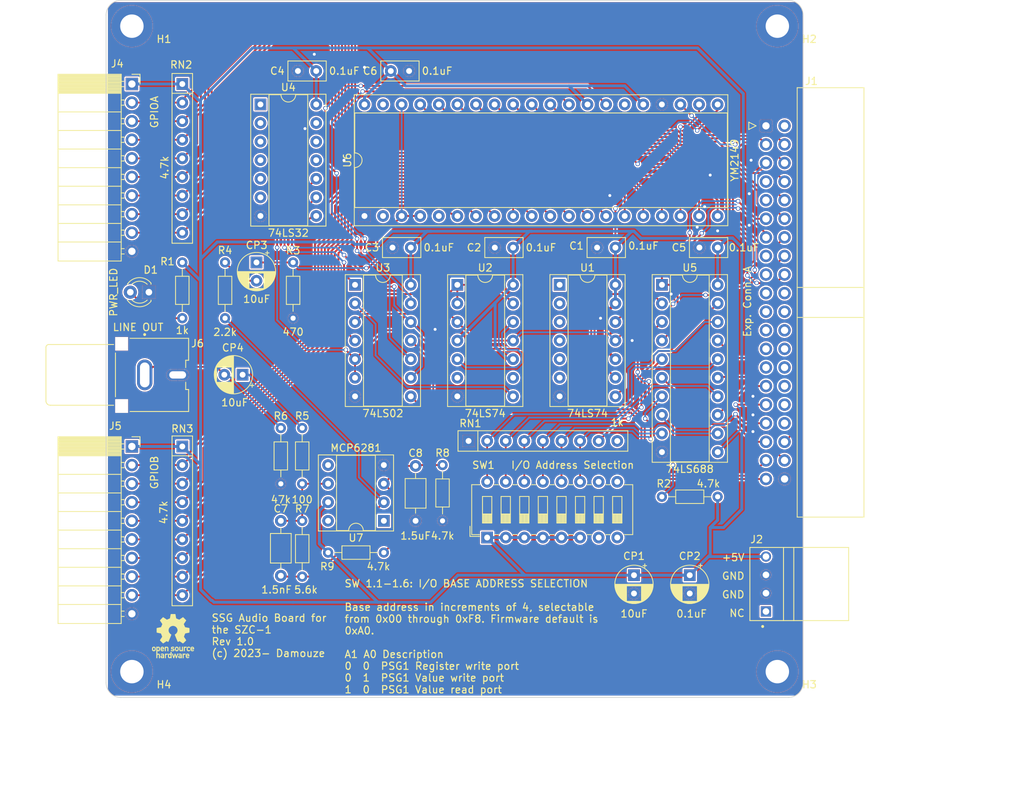
<source format=kicad_pcb>
(kicad_pcb (version 20240108) (generator "pcbnew") (generator_version "8.0")
  (title_block (title "SSG Audio Board for the SZC-1") (date "2024-03-10") (rev "1.0"))
  (layers (0 "F.Cu" mixed) (31 "B.Cu" mixed) (34 "B.Paste" user) (35 "F.Paste" user) (36 "B.SilkS" user "B.Silkscreen") (37 "F.SilkS" user "F.Silkscreen") (38 "B.Mask" user) (39 "F.Mask" user) (44 "Edge.Cuts" user))
  (net 0 "")
  (net 1 "/+5V")
  (net 2 "/GND")
  (net 3 "/~{NMI}")
  (net 4 "/~{RESET}")
  (net 5 "/BUS_CLK")
  (net 6 "/CPU_CLK")
  (net 7 "/~{B_M1}")
  (net 8 "/~{B_IORQ}")
  (net 9 "/~{B_MREQ}")
  (net 10 "/~{B_WR}")
  (net 11 "/~{B_RD}")
  (net 12 "/~{WAIT}")
  (net 13 "/~{B_RFSH}")
  (net 14 "/B_D7")
  (net 15 "/B_D6")
  (net 16 "/B_D5")
  (net 17 "/B_D4")
  (net 18 "/B_D3")
  (net 19 "/B_D2")
  (net 20 "/B_D1")
  (net 21 "/B_D0")
  (net 22 "/B_A15")
  (net 23 "/B_A14")
  (net 24 "/B_A13")
  (net 25 "/B_A12")
  (net 26 "/B_A11")
  (net 27 "/B_A10")
  (net 28 "/B_A9")
  (net 29 "/B_A8")
  (net 30 "/B_A7")
  (net 31 "/B_A6")
  (net 32 "/B_A5")
  (net 33 "/B_A4")
  (net 34 "/B_A3")
  (net 35 "/B_A2")
  (net 36 "/B_A1")
  (net 37 "/B_A0")
  (net 38 "/~{INT}")
  (net 39 "/~{B_BUSACK}")
  (net 40 "/~{BUSREQ}")
  (net 41 "Net-(D1-A)")
  (net 43 "/~{R_M1}")
  (net 44 "/R_A6")
  (net 45 "/R_A5")
  (net 46 "/R_A7")
  (net 47 "/R_A3")
  (net 48 "/R_A4")
  (net 49 "/PSG_SND")
  (net 51 "/~{R_IORQ}")
  (net 54 "/R_A2")
  (net 55 "/GPIOA_2")
  (net 59 "/GPIOA_1")
  (net 60 "/GPIOB_0")
  (net 63 "Net-(U1B-D)")
  (net 64 "/PSG_CLK")
  (net 69 "Net-(U2B-~{Q})")
  (net 70 "/~{PSG_CS}")
  (net 71 "Net-(U2A-Q)")
  (net 73 "/PSG_BC1")
  (net 74 "Net-(U3-Pad12)")
  (net 75 "Net-(U3-Pad1)")
  (net 76 "/PSG_BDIR")
  (net 86 "/GPIOA_4")
  (net 88 "/GPIOB_4")
  (net 89 "/GPIOB_2")
  (net 90 "/GPIOB_1")
  (net 91 "/GPIOB_7")
  (net 92 "/GPIOA_5")
  (net 93 "/GPIOA_0")
  (net 95 "/GPIOB_3")
  (net 97 "/GPIOB_6")
  (net 98 "/GPIOA_3")
  (net 99 "/GPIOA_6")
  (net 100 "/GPIOA_7")
  (net 101 "/GPIOB_5")
  (net 103 "Net-(CP3-Pad2)")
  (net 104 "/LINE_OUT")
  (net 105 "Net-(U7--)")
  (net 106 "Net-(CP4-Pad1)")
  (net 107 "Net-(C7-Pad1)")
  (net 110 "Net-(U7-+)")
  (net 112 "/PSG_CS")
  (footprint "MountingHole:MountingHole_3.2mm_M3_ISO7380_Pad" (layer "F.Cu") (at 28.925 28.925)
    (property "Reference" "H1")
    (property "Value" "MountingHole_Pad")
  )
  (footprint "Package_DIP:DIP-14_W7.62mm_Socket" (layer "F.Cu") (at 59.416 64.272)
    (property "Reference" "U3")
    (property "Value" "74LS02")
  )
  (footprint "Capacitor_THT:CP_Radial_D5.0mm_P2.50mm" (layer "F.Cu") (at 97.536 103.950887 -90)
    (property "Reference" "CP1")
    (property "Value" "10uF")
  )
  (footprint "Package_DIP:DIP-14_W7.62mm_Socket" (layer "F.Cu") (at 46.492 39.619)
    (property "Reference" "U4")
    (property "Value" "74LS32")
  )
  (footprint "Symbol:OSHW-Logo_5.7x6mm_SilkScreen" (layer "F.Cu") (at 34.544 112.268)
    (property "Reference" "REF**" (hide yes))
    (property "Value" "OSHW-Logo_5.7x6mm_SilkScreen" (hide yes))
  )
  (footprint "Resistor_THT:R_Axial_DIN0204_L3.6mm_D1.6mm_P7.62mm_Horizontal" (layer "F.Cu") (at 52.197 96.52 -90)
    (property "Reference" "R7")
    (property "Value" "5.6k")
  )
  (footprint "Package_DIP:DIP-8_W7.62mm_Socket" (layer "F.Cu") (at 63.353 96.52 180)
    (property "Reference" "U7")
    (property "Value" "MCP6281")
  )
  (footprint "Capacitor_THT:C_Disc_D5.0mm_W2.5mm_P2.50mm" (layer "F.Cu") (at 67.036 59.182 180)
    (property "Reference" "C3")
    (property "Value" "0.1uF")
  )
  (footprint "Resistor_THT:R_Array_SIP9" (layer "F.Cu") (at 35.814 36.83 -90)
    (property "Reference" "RN2")
    (property "Value" "4.7k")
  )
  (footprint "Resistor_THT:R_Axial_DIN0204_L3.6mm_D1.6mm_P7.62mm_Horizontal" (layer "F.Cu") (at 35.814 61.214 -90)
    (property "Reference" "R1")
    (property "Value" "1k")
  )
  (footprint "Resistor_THT:R_Array_SIP9" (layer "F.Cu") (at 35.814 86.36 -90)
    (property "Reference" "RN3")
    (property "Value" "4.7k")
  )
  (footprint "Capacitor_THT:CP_Radial_D5.0mm_P2.50mm" (layer "F.Cu") (at 44.0544 76.5556 180)
    (property "Reference" "CP4")
    (property "Value" "10uF")
  )
  (footprint "Resistor_THT:R_Axial_DIN0204_L3.6mm_D1.6mm_P7.62mm_Horizontal" (layer "F.Cu") (at 49.276 91.46 90)
    (property "Reference" "R6")
    (property "Value" "47k")
  )
  (footprint "MountingHole:MountingHole_3.2mm_M3_ISO7380_Pad" (layer "F.Cu") (at 117.125 28.925)
    (property "Reference" "H2")
    (property "Value" "MountingHole_Pad")
  )
  (footprint "Connector_PinSocket_2.54mm:PinSocket_1x10_P2.54mm_Horizontal" (layer "F.Cu") (at 28.925 86.36)
    (property "Reference" "J5")
    (property "Value" "GPIOB")
  )
  (footprint "Capacitor_THT:C_Disc_D5.0mm_W2.5mm_P2.50mm" (layer "F.Cu") (at 108.976 59.182 180)
    (property "Reference" "C5")
    (property "Value" "0.1uF")
  )
  (footprint "Package_DIP:DIP-20_W7.62mm_Socket" (layer "F.Cu") (at 101.356 64.267)
    (property "Reference" "U5")
    (property "Value" "74LS688")
  )
  (footprint "LED_THT:LED_D3.0mm" (layer "F.Cu") (at 31.247 65.278 180)
    (property "Reference" "D1")
    (property "Value" "PWR_LED")
  )
  (footprint "snapeda:CUI_RCJ-041" (layer "F.Cu") (at 26.678 76.581 180)
    (property "Reference" "J6")
    (property "Value" "LINE OUT")
    (fp_line (start 0 5.15) (end 0 3.35) (stroke (width 0.01)) (layer "Edge.Cuts"))
    (fp_line (start 0 3.35) (end -1.7 3.35) (stroke (width 0.01)) (layer "Edge.Cuts"))
    (fp_line (start 0 -3.35) (end 0 -5.15) (stroke (width 0.01)) (layer "Edge.Cuts"))
    (fp_line (start 0 -5.15) (end -1.7 -5.15) (stroke (width 0.01)) (layer "Edge.Cuts"))
    (fp_line (start -1.7 5.15) (end 0 5.15) (stroke (width 0.01)) (layer "Edge.Cuts"))
    (fp_line (start -1.7 3.35) (end -1.7 5.15) (stroke (width 0.01)) (layer "Edge.Cuts"))
    (fp_line (start -1.7 -3.35) (end 0 -3.35) (stroke (width 0.01)) (layer "Edge.Cuts"))
    (fp_line (start -1.7 -5.15) (end -1.7 -3.35) (stroke (width 0.01)) (layer "Edge.Cuts"))
  )
  (footprint "Connector_IDC:IDC-Header_2x20_P2.54mm_Horizontal" (layer "F.Cu") (at 115.57 42.545)
    (property "Reference" "J1")
    (property "Value" "Exp. Conn. A")
  )
  (footprint "Capacitor_THT:C_Axial_L3.8mm_D2.6mm_P7.50mm_Horizontal" (layer "F.Cu") (at 67.691 96.52 90)
    (property "Reference" "C8")
    (property "Value" "1.5uF")
  )
  (footprint "Capacitor_THT:CP_Radial_D5.0mm_P2.50mm" (layer "F.Cu") (at 45.949112 61.214 -90)
    (property "Reference" "CP3")
    (property "Value" "10uF")
  )
  (footprint "Connector_PinSocket_2.54mm:PinSocket_1x10_P2.54mm_Horizontal" (layer "F.Cu") (at 28.925 36.83)
    (property "Reference" "J4")
    (property "Value" "GPIOA")
  )
  (footprint "Capacitor_THT:C_Disc_D5.0mm_W2.5mm_P2.50mm" (layer "F.Cu") (at 81.016 59.182 180)
    (property "Reference" "C2")
    (property "Value" "0.1uF")
  )
  (footprint "Resistor_THT:R_Axial_DIN0204_L3.6mm_D1.6mm_P7.62mm_Horizontal" (layer "F.Cu") (at 50.9524 61.214 -90)
    (property "Reference" "R3")
    (property "Value" "470")
  )
  (footprint "Package_DIP:DIP-14_W7.62mm_Socket" (layer "F.Cu") (at 73.396 64.272)
    (property "Reference" "U2")
    (property "Value" "74LS74")
  )
  (footprint "Button_Switch_THT:SW_DIP_SPSTx08_Slide_6.7x21.88mm_W7.62mm_P2.54mm_LowProfile" (layer "F.Cu") (at 77.47 98.806 90)
    (property "Reference" "SW1")
    (property "Value" "I/O Address Selection")
  )
  (footprint "Resistor_THT:R_Axial_DIN0204_L3.6mm_D1.6mm_P7.62mm_Horizontal" (layer "F.Cu") (at 71.374 96.52 90)
    (property "Reference" "R8")
    (property "Value" "4.7k")
  )
  (footprint "Resistor_THT:R_Array_SIP9" (layer "F.Cu") (at 74.93 85.608)
    (property "Reference" "RN1")
    (property "Value" "1k")
  )
  (footprint "Resistor_THT:R_Axial_DIN0204_L3.6mm_D1.6mm_P7.62mm_Horizontal" (layer "F.Cu") (at 41.656 61.214 -90)
    (property "Reference" "R4")
    (property "Value" "2.2k")
  )
  (footprint "Capacitor_THT:C_Disc_D5.0mm_W2.5mm_P2.50mm" (layer "F.Cu") (at 64.302 35.052)
    (property "Reference" "C6")
    (property "Value" "0.1uF")
  )
  (footprint "Package_DIP:DIP-14_W7.62mm_Socket" (layer "F.Cu") (at 87.376 64.267)
    (property "Reference" "U1")
    (property "Value" "74LS74")
  )
  (footprint "Capacitor_THT:C_Axial_L3.8mm_D2.6mm_P7.50mm_Horizontal" (layer "F.Cu") (at 49.276 96.52 -90)
    (property "Reference" "C7")
    (property "Value" "1.5nF")
  )
  (footprint "Capacitor_THT:C_Disc_D5.0mm_W2.5mm_P2.50mm" (layer "F.Cu") (at 54.112 35.052 180)
    (property "Reference" "C4")
    (property "Value" "0.1uF")
  )
  (footprint "Capacitor_THT:C_Disc_D5.0mm_W2.5mm_P2.50mm" (layer "F.Cu") (at 94.996 59.182 180)
    (property "Reference" "C1")
    (property "Value" "0.1uF")
  )
  (footprint "Capacitor_THT:CP_Radial_D5.0mm_P2.50mm" (layer "F.Cu") (at 105.156 103.950887 -90)
    (property "Reference" "CP2")
    (property "Value" "0.1uF")
  )
  (footprint "Resistor_THT:R_Axial_DIN0204_L3.6mm_D1.6mm_P7.62mm_Horizontal" (layer "F.Cu") (at 63.353 100.858 180)
    (property "Reference" "R9")
    (property "Value" "4.7k")
  )
  (footprint "Package_DIP:DIP-40_W15.24mm_Socket" (layer "F.Cu") (at 60.706 54.864 90)
    (property "Reference" "U6")
    (property "Value" "YM2149")
  )
  (footprint "MountingHole:MountingHole_3.2mm_M3_ISO7380_Pad" (layer "F.Cu") (at 28.925 117.125)
    (property "Reference" "H4")
    (property "Value" "MountingHole_Pad")
  )
  (footprint "newlib:TE_171826-4" (layer "F.Cu") (at 120.12 105.156 90)
    (property "Reference" "J2")
    (property "Value" "Power")
  )
  (footprint "MountingHole:MountingHole_3.2mm_M3_ISO7380_Pad" (layer "F.Cu") (at 117.125 117.125)
    (property "Reference" "H3")
    (property "Value" "MountingHole_Pad")
  )
  (footprint "Resistor_THT:R_Axial_DIN0204_L3.6mm_D1.6mm_P7.62mm_Horizontal" (layer "F.Cu") (at 101.346 93.228)
    (property "Reference" "R2")
    (property "Value" "4.7k")
  )
  (footprint "Resistor_THT:R_Axial_DIN0204_L3.6mm_D1.6mm_P7.62mm_Horizontal" (layer "F.Cu") (at 52.197 91.46 90)
    (property "Reference" "R5")
    (property "Value" "100")
  )
  (gr_line (start 25.4 27.4) (end 25.4 118.65) (stroke (width 0.1)) (layer "Edge.Cuts"))
  (gr_line (start 120.65 27.4) (end 120.65 118.65) (stroke (width 0.1)) (layer "Edge.Cuts"))
  (gr_arc (start 120.65 118.65) (mid 120.064214 120.064214) (end 118.65 120.65) (stroke (width 0.1)) (layer "Edge.Cuts"))
  (gr_arc (start 27.4 120.65) (mid 25.985786 120.064214) (end 25.4 118.65) (stroke (width 0.1)) (layer "Edge.Cuts"))
  (gr_arc (start 25.4 27.4) (mid 25.985786 25.985786) (end 27.4 25.4) (stroke (width 0.1)) (layer "Edge.Cuts"))
  (gr_arc (start 118.65 25.4) (mid 120.064214 25.985786) (end 120.65 27.4) (stroke (width 0.1)) (layer "Edge.Cuts"))
  (gr_line (start 27.4 120.65) (end 118.65 120.65) (stroke (width 0.1)) (layer "Edge.Cuts"))
  (gr_line (start 27.4 25.4) (end 118.65 25.4) (stroke (width 0.1)) (layer "Edge.Cuts"))
  (gr_text "GND\n" (at 109.474 107.188 0) (layer "F.SilkS") (effects (font (size 1 1)) (justify left bottom)))
  (gr_text "NC" (at 110.49 109.728 0) (layer "F.SilkS") (effects (font (size 1 1)) (justify left bottom)))
  (gr_text "GND" (at 109.474 104.648 0) (layer "F.SilkS") (effects (font (size 1 1)) (justify left bottom)))
  (gr_text "+5V\n" (at 109.474 102.108 0) (layer "F.SilkS") (effects (font (size 1 1)) (justify left bottom)))
  (gr_text_box "SW 1.1-1.6: I/O BASE ADDRESS SELECTION\n\nBase address in increments of 4, selectable\nfrom 0x00 through 0xF8. Firmware default is 0xA0.\n\nA1 A0 Description\n0  0  PSG1 Register write port\n0  1  PSG1 Value write port\n1  0  PSG1 Value read port\n" (start 57.15 103.759) (end 94.234 120.523) (layer "F.SilkS") (effects (font (size 1 1)) (justify left top)) (border no))
  (gr_text_box "${TITLE}\nRev ${REVISION}\n(c) 2023- Damouze\n" (start 38.989 108.458) (end 56.515 114.046) (layer "F.SilkS") (effects (font (size 1 1)) (justify left top)) (border no) (stroke (width 0.15)))
  (segment (start 93.796 73.227) (end 94.996 74.427) (width 0.4) (layer "F.Cu") (net 1))
  (segment (start 94.996 66.807) (end 93.796 68.007) (width 0.4) (layer "F.Cu") (net 1))
  (segment (start 93.796 68.007) (end 93.796 73.227) (width 0.4) (layer "F.Cu") (net 1))
  (segment (start 108.976 59.182) (end 110.2968 57.8612) (width 0.4) (layer "B.Cu") (net 1))
  (segment (start 40.5892 58.42) (end 59.08405 58.42) (width 0.4) (layer "B.Cu") (net 1))
  (segment (start 54.533 99.658) (end 54.533 95.18) (width 0.4) (layer "B.Cu") (net 1))
  (segment (start 81.016 64.272) (end 78.5622 66.7258) (width 0.4) (layer "B.Cu") (net 1))
  (segment (start 98.5012 57.912) (end 97.536 56.9468) (width 0.4) (layer "B.Cu") (net 1))
  (segment (start 107.95 101.156886) (end 107.95 97.4344) (width 0.4) (layer "B.Cu") (net 1))
  (segment (start 64.4652 56.9468) (end 69.7992 56.9468) (width 0.4) (layer "B.Cu") (net 1))
  (segment (start 64.302 35.052) (end 66.334 37.084) (width 0.4) (layer "B.Cu") (net 1))
  (segment (start 62.992 107.6452) (end 62.5202 107.6452) (width 0.4) (layer "B.Cu") (net 1))
  (segment (start 81.016 59.182) (end 81.016 64.272) (width 0.4) (layer "B.Cu") (net 1))
  (segment (start 39.871287 107.384487) (end 40.132 107.6452) (width 0.4) (layer "B.Cu") (net 1))
  (segment (start 109.7788 97.4344) (end 112.268 94.9452) (width 0.4) (layer "B.Cu") (net 1))
  (segment (start 38.3032 39.0144) (end 38.3032 61.1632) (width 0.4) (layer "B.Cu") (net 1))
  (segment (start 45.4152 31.9024) (end 38.3032 39.0144) (width 0.4) (layer "B.Cu") (net 1))
  (segment (start 80.01 98.806) (end 77.47 98.806) (width 0.4) (layer "B.Cu") (net 1))
  (segment (start 112.268 94.9452) (end 112.268 84.577462) (width 0.4) (layer "B.Cu") (net 1))
  (segment (start 38.3032 64.8208) (end 38.3032 89.4588) (width 0.4) (layer "B.Cu") (net 1))
  (segment (start 54.112 35.052) (end 54.112 39.619) (width 0.4) (layer "B.Cu") (net 1))
  (segment (start 62.676 58.736) (end 64.4652 56.9468) (width 0.4) (layer "B.Cu") (net 1))
  (segment (start 64.302 35.052) (end 60.706 38.648) (width 0.4) (layer "B.Cu") (net 1))
  (segment (start 69.2712 56.9468) (end 69.7992 56.9468) (width 0.4) (layer "B.Cu") (net 1))
  (segment (start 60.6552 31.9024) (end 47.8028 31.9024) (width 0.4) (layer "B.Cu") (net 1))
  (segment (start 62.992 107.6452) (end 69.776574 107.6452) (width 0.4) (layer "B.Cu") (net 1))
  (segment (start 110.998 57.8612) (end 110.9472 57.912) (width 0.4) (layer "B.Cu") (net 1))
  (segment (start 62.5202 107.6452) (end 55.733 100.858) (width 0.4) (layer "B.Cu") (net 1))
  (segment (start 90.17 98.806) (end 87.63 98.806) (width 0.4) (layer "B.Cu") (net 1))
  (segment (start 83.2512 56.9468) (end 83.566 56.9468) (width 0.4) (layer "B.Cu") (net 1))
  (segment (start 94.996 64.267) (end 94.996 66.807) (width 0.4) (layer "B.Cu") (net 1))
  (segment (start 108.976 59.182) (end 108.976 64.267) (width 0.4) (layer "B.Cu") (net 1))
  (segment (start 115.57 101.406) (end 107.700887 101.406) (width 0.4) (layer "B.Cu") (net 1))
  (segment (start 73.470887 103.950887) (end 82.614887 103.950887) (width 0.4) (layer "B.Cu") (net 1))
  (segment (start 39.769687 107.384487) (end 39.871287 107.384487) (width 0.4) (layer "B.Cu") (net 1))
  (segment (start 67.036 59.182) (end 69.2712 56.9468) (width 0.4) (layer "B.Cu") (net 1))
  (segment (start 82.614887 103.950887) (end 77.47 98.806) (width 0.4) (layer "B.Cu") (net 1))
  (segment (start 112.5544 84.291062) (end 112.5544 81.027138) (width 0.4) (layer "B.Cu") (net 1))
  (segment (start 108.966 96.4184) (end 107.95 97.4344) (width 0.4) (layer "B.Cu") (net 1))
  (segment (start 94.996 59.182) (end 94.996 64.267) (width 0.4) (layer "B.Cu") (net 1))
  (segment (start 38.3032 88.8492) (end 38.3032 89.4588) (width 0.4) (layer "B.Cu") (net 1))
  (segment (start 112.5544 81.027138) (end 112.268 80.740738) (width 0.4) (layer "B.Cu") (net 1))
  (segment (start 106.2228 31.9024) (end 60.6552 31.9024) (width 0.4) (layer "B.Cu") (net 1))
  (segment (start 35.814 61.214) (end 38.3032 63.7032) (width 0.4) (layer "B.Cu") (net 1))
  (segment (start 96.266 37.084) (end 98.806 39.624) (width 0.4) (layer "B.Cu") (net 1))
  (segment (start 112.4712 59.3344) (end 112.4712 38.1508) (width 0.4) (layer "B.Cu") (net 1))
  (segment (start 83.566 56.9468) (end 69.7992 56.9468) (width 0.4) (layer "B.Cu") (net 1))
  (segment (start 97.536 103.950887) (end 82.614887 103.950887) (width 0.4) (layer "B.Cu") (net 1))
  (segment (start 107.700887 101.406) (end 105.156 103.950887) (width 0.4) (layer "B.Cu") (net 1))
  (segment (start 110.9472 57.912) (end 98.5012 57.912) (width 0.4) (layer "B.Cu") (net 1))
  (segment (start 59.40005 58.736) (end 62.676 58.736) (width 0.4) (layer "B.Cu") (net 1))
  (segment (start 55.733 100.858) (end 54.533 99.658) (width 0.4) (layer "B.Cu") (net 1))
  (segment (start 37.9984 39.0144) (end 38.3032 39.0144) (width 0.4) (layer "B.Cu") (net 1))
  (segment (start 97.2312 56.9468) (end 97.536 56.9468) (width 0.4) (layer "B.Cu") (net 1))
  (segment (start 112.268 59.5376) (end 112.4712 59.3344) (width 0.4) (layer "B.Cu") (net 1))
  (segment (start 67.036 59.182) (end 67.036 64.272) (width 0.4) (layer "B.Cu") (net 1))
  (segment (start 38.3032 63.7032) (end 38.3032 64.8208) (width 0.4) (layer "B.Cu") (net 1))
  (segment (start 61.1524 31.9024) (end 60.6552 31.9024) (width 0.4) (layer "B.Cu") (net 1))
  (segment (start 112.268 80.740738) (end 112.268 59.5376) (width 0.4) (layer "B.Cu") (net 1))
  (segment (start 105.155999 103.950887) (end 107.95 101.156886) (width 0.4) (layer "B.Cu") (net 1))
  (segment (start 38.3032 89.4588) (end 38.3032 95.9612) (width 0.4) (layer "B.Cu") (net 1))
  (segment (start 107.95 97.4344) (end 109.7788 97.4344) (width 0.4) (layer "B.Cu") (net 1))
  (segment (start 54.112 35.052) (end 50.9624 31.9024) (width 0.4) (layer "B.Cu") (net 1))
  (segment (start 69.776574 107.6452) (end 73.470887 103.950887) (width 0.4) (layer "B.Cu") (net 1))
  (segment (start 38.3032 60.706) (end 40.5892 58.42) (width 0.4) (layer "B.Cu") (net 1))
  (segment (start 112.268 84.577462) (end 112.5544 84.291062) (width 0.4) (layer "B.Cu") (net 1))
  (segment (start 38.3032 95.9612) (end 38.3032 105.918) (width 0.4) (layer "B.Cu") (net 1))
  (segment (start 88.646 37.084) (end 91.186 39.624) (width 0.4) (layer "B.Cu") (net 1))
  (segment (start 80.274 74.432) (end 78.5622 72.7202) (width 0.4) (layer "B.Cu") (net 1))
  (segment (start 81.016 74.432) (end 80.274 74.432) (width 0.4) (layer "B.Cu") (net 1))
  (segment (start 38.3032 105.918) (end 39.769687 107.384487) (width 0.4) (layer "B.Cu") (net 1))
  (segment (start 35.814 36.83) (end 28.925 36.83) (width 0.4) (layer "B.Cu") (net 1))
  (segment (start 78.5622 66.7258) (end 73.396 71.892) (width 0.4) (layer "B.Cu") (net 1))
  (segment (start 64.302 35.052) (end 61.1524 31.9024) (width 0.4) (layer "B.Cu") (net 1))
  (segment (start 35.814 36.83) (end 37.9984 39.0144) (width 0.4) (layer "B.Cu") (net 1))
  (segment (start 112.4712 59.3344) (end 110.998 57.8612) (width 0.4) (layer "B.Cu") (net 1))
  (segment (start 81.016 59.182) (end 83.2512 56.9468) (width 0.4) (layer "B.Cu") (net 1))
  (segment (start 66.334 37.084) (end 88.646 37.084) (width 0.4) (layer "B.Cu") (net 1))
  (segment (start 78.5622 72.7202) (end 78.5622 66.7258) (width 0.4) (layer "B.Cu") (net 1))
  (segment (start 38.3032 61.1632) (end 38.3032 64.8208) (width 0.4) (layer "B.Cu") (net 1))
  (segment (start 110.2968 57.8612) (end 110.998 57.8612) (width 0.4) (layer "B.Cu") (net 1))
  (segment (start 88.646 37.084) (end 96.266 37.084) (width 0.4) (layer "B.Cu") (net 1))
  (segment (start 87.63 98.806) (end 85.09 98.806) (width 0.4) (layer "B.Cu") (net 1))
  (segment (start 35.814 86.36) (end 28.925 86.36) (width 0.4) (layer "B.Cu") (net 1))
  (segment (start 59.08405 58.42) (end 59.40005 58.736) (width 0.4) (layer "B.Cu") (net 1))
  (segment (start 97.536 56.9468) (end 83.566 56.9468) (width 0.4) (layer "B.Cu") (net 1))
  (segment (start 35.814 86.36) (end 38.3032 88.8492) (width 0.4) (layer "B.Cu") (net 1))
  (segment (start 54.533 95.18) (end 55.733 93.98) (width 0.4) (layer "B.Cu") (net 1))
  (segment (start 47.8028 31.9024) (end 45.4152 31.9024) (width 0.4) (layer "B.Cu") (net 1))
  (segment (start 40.132 107.6452) (end 50.9524 107.6452) (width 0.4) (layer "B.Cu") (net 1))
  (segment (start 112.4712 38.1508) (end 106.2228 31.9024) (width 0.4) (layer "B.Cu") (net 1))
  (segment (start 50.9524 107.6452) (end 62.992 107.6452) (width 0.4) (layer "B.Cu") (net 1))
  (segment (start 60.706 38.648) (end 60.706 39.624) (width 0.4) (layer "B.Cu") (net 1))
  (segment (start 108.966 93.228) (end 108.966 96.4184) (width 0.4) (layer "B.Cu") (net 1))
  (segment (start 94.996 59.182) (end 97.2312 56.9468) (width 0.4) (layer "B.Cu") (net 1))
  (segment (start 85.09 98.806) (end 82.55 98.806) (width 0.4) (layer "B.Cu") (net 1))
  (segment (start 50.9624 31.9024) (end 47.8028 31.9024) (width 0.4) (layer "B.Cu") (net 1))
  (segment (start 97.536 103.950887) (end 105.155999 103.950887) (width 0.4) (layer "B.Cu") (net 1))
  (segment (start 82.55 98.806) (end 80.01 98.806) (width 0.4) (layer "B.Cu") (net 1))
  (segment (start 105.156 103.950887) (end 97.536 103.950887) (width 0.4) (layer "B.Cu") (net 1))
  (via (at 113.284 51.816) (size 0.6) (drill 0.4) (layers "F.Cu" "B.Cu") (net 2))
  (via (at 70.358 70.358) (size 0.6) (drill 0.4) (layers "F.Cu" "B.Cu") (net 2))
  (via (at 102.616 65.532) (size 0.6) (drill 0.4) (layers "F.Cu" "B.Cu") (net 2))
  (via (at 113.792 79.502) (size 0.6) (drill 0.4) (layers "F.Cu" "B.Cu") (net 2))
  (via (at 53.848 32.766) (size 0.6) (drill 0.4) (layers "F.Cu" "B.Cu") (net 2))
  (via (at 107.95 49.276) (size 0.6) (drill 0.4) (layers "F.Cu" "B.Cu") (net 2))
  (via (at 107.188 53.594) (size 0.6) (drill 0.4) (layers "F.Cu" "B.Cu") (net 2))
  (via (at 94.234 52.07) (size 0.6) (drill 0.4) (layers "F.Cu" "B.Cu") (net 2))
  (via (at 113.792 84.328) (size 0.6) (drill 0.4) (layers "F.Cu" "B.Cu") (net 2))
  (via (at 92.964 68.834) (size 0.6) (drill 0.4) (layers "F.Cu" "B.Cu") (net 2))
  (via (at 113.538 47.244) (size 0.6) (drill 0.4) (layers "F.Cu" "B.Cu") (net 2))
  (via (at 106.172 56.388) (size 0.6) (drill 0.4) (layers "F.Cu" "B.Cu") (net 2))
  (via (at 113.792 82.042) (size 0.6) (drill 0.4) (layers "F.Cu" "B.Cu") (net 2))
  (via (at 52.578 42.926) (size 0.6) (drill 0.4) (layers "F.Cu" "B.Cu") (net 2))
  (via (at 97.282 71.882) (size 0.6) (drill 0.4) (layers "F.Cu" "B.Cu") (net 2))
  (via (at 113.284 56.134) (size 0.6) (drill 0.4) (layers "F.Cu" "B.Cu") (net 2))
  (via (at 108.966 56.896) (size 0.6) (drill 0.4) (layers "F.Cu" "B.Cu") (net 2))
  (via (at 57.912 47.244) (size 0.6) (drill 0.4) (layers "F.Cu" "B.Cu") (net 2))
  (via (at 60.706 34.544) (size 0.6) (drill 0.4) (layers "F.Cu" "B.Cu") (net 2))
  (segment (start 114.845 44.36) (end 115.57 45.085) (width 0.25) (layer "F.Cu") (net 4))
  (segment (start 105.41 41.148) (end 103.886 39.624) (width 0.25) (layer "F.Cu") (net 4))
  (segment (start 112.104 44.36) (end 114.845 44.36) (width 0.25) (layer "F.Cu") (net 4))
  (segment (start 111.379 45.085) (end 112.104 44.36) (width 0.25) (layer "F.Cu") (net 4))
  (via (at 105.41 41.148) (size 0.6) (drill 0.4) (layers "F.Cu" "B.Cu") (net 4))
  (via (at 111.379 45.085) (size 0.6) (drill 0.4) (layers "F.Cu" "B.Cu") (net 4))
  (segment (start 109.347 45.085) (end 105.41 41.148) (width 0.25) (layer "B.Cu") (net 4))
  (segment (start 111.379 45.085) (end 109.347 45.085) (width 0.25) (layer "B.Cu") (net 4))
  (segment (start 107.338 65.682) (end 110.086 65.682) (width 0.25) (layer "F.Cu") (net 5))
  (segment (start 107.292 65.682) (end 107.315 65.659) (width 0.25) (layer "F.Cu") (net 5))
  (segment (start 98.661 68.222) (end 94.996 71.887) (width 0.25) (layer "F.Cu") (net 5))
  (segment (start 114.046 62.859884) (end 114.046 62.23) (width 0.25) (layer "F.Cu") (net 5))
  (segment (start 73.396 69.352) (end 72.271 68.227) (width 0.25) (layer "F.Cu") (net 5))
  (segment (start 111.252 64.516) (end 112.389884 64.516) (width 0.25) (layer "F.Cu") (net 5))
  (segment (start 102.87 66.883991) (end 101.531991 68.222) (width 0.25) (layer "F.Cu") (net 5))
  (segment (start 101.531991 68.222) (end 98.661 68.222) (width 0.25) (layer "F.Cu") (net 5))
  (segment (start 75.936 71.892) (end 73.396 69.352) (width 0.25) (layer "F.Cu") (net 5))
  (segment (start 81.016 71.892) (end 75.936 71.892) (width 0.25) (layer "F.Cu") (net 5))
  (segment (start 110.086 65.682) (end 111.252 64.516) (width 0.25) (layer "F.Cu") (net 5))
  (segment (start 107.315 65.659) (end 107.338 65.682) (width 0.25) (layer "F.Cu") (net 5))
  (segment (start 72.271 68.227) (end 60.541 68.227) (width 0.25) (layer "F.Cu") (net 5))
  (segment (start 60.541 68.227) (end 59.416 69.352) (width 0.25) (layer "F.Cu") (net 5))
  (segment (start 112.389884 64.516) (end 114.046 62.859884) (width 0.25) (layer "F.Cu") (net 5))
  (via (at 114.046 62.23) (size 0.6) (drill 0.4) (layers "F.Cu" "B.Cu") (net 5))
  (via (at 107.315 65.659) (size 0.6) (drill 0.4) (layers "F.Cu" "B.Cu") (net 5))
  (via (at 102.87 66.883991) (size 0.6) (drill 0.4) (layers "F.Cu" "B.Cu") (net 5))
  (segment (start 93.871 70.762) (end 82.146 70.762) (width 0.25) (layer "B.Cu") (net 5))
  (segment (start 115.57 47.625) (end 114.046 49.149) (width 0.25) (layer "B.Cu") (net 5))
  (segment (start 82.146 70.762) (end 81.016 71.892) (width 0.25) (layer "B.Cu") (net 5))
  (segment (start 94.996 71.887) (end 93.871 70.762) (width 0.25) (layer "B.Cu") (net 5))
  (segment (start 107.315 65.659) (end 104.094991 65.659) (width 0.25) (layer "B.Cu") (net 5))
  (segment (start 104.094991 65.659) (end 102.87 66.883991) (width 0.25) (layer "B.Cu") (net 5))
  (segment (start 114.046 49.149) (end 114.046 62.23) (width 0.25) (layer "B.Cu") (net 5))
  (segment (start 99.822 63.5) (end 99.822 65.273) (width 0.25) (layer "F.Cu") (net 7))
  (segment (start 99.822 65.273) (end 101.356 66.807) (width 0.25) (layer "F.Cu") (net 7))
  (segment (start 105.156 58.166) (end 99.822 63.5) (width 0.25) (layer "F.Cu") (net 7))
  (segment (start 105.156 57.15) (end 105.156 58.166) (width 0.25) (layer "F.Cu") (net 7))
  (segment (start 115.57 55.245) (end 114.173 55.245) (width 0.25) (layer "F.Cu") (net 7))
  (segment (start 114.173 55.245) (end 111.76 52.832) (width 0.25) (layer "F.Cu") (net 7))
  (via (at 111.76 52.832) (size 0.6) (drill 0.4) (layers "F.Cu" "B.Cu") (net 7))
  (via (at 105.156 57.15) (size 0.6) (drill 0.4) (layers "F.Cu" "B.Cu") (net 7))
  (segment (start 105.156 57.15) (end 105.156 54.543009) (width 0.25) (layer "B.Cu") (net 7))
  (segment (start 105.156 54.543009) (end 106.867009 52.832) (width 0.25) (layer "B.Cu") (net 7))
  (segment (start 106.867009 52.832) (end 111.76 52.832) (width 0.25) (layer "B.Cu") (net 7))
  (segment (start 115.57 57.785) (end 115.57 57.278396) (width 0.25) (layer "F.Cu") (net 8))
  (segment (start 115.57 57.278396) (end 112.139604 53.848) (width 0.25) (layer "F.Cu") (net 8))
  (segment (start 106.798504 57.212) (end 106.798504 57.268505) (width 0.25) (layer "F.Cu") (net 8))
  (segment (start 106.798504 57.268505) (end 101.356 62.711009) (width 0.25) (layer "F.Cu") (net 8))
  (segment (start 101.356 62.711009) (end 101.356 64.267) (width 0.25) (layer "F.Cu") (net 8))
  (segment (start 103.495 65.395) (end 103.495 69.748) (width 0.25) (layer "F.Cu") (net 8))
  (segment (start 101.356 64.267) (end 102.367 64.267) (width 0.25) (layer "F.Cu") (net 8))
  (segment (start 102.367 64.267) (end 103.495 65.395) (width 0.25) (layer "F.Cu") (net 8))
  (segment (start 112.139604 53.848) (end 111.76 53.848) (width 0.25) (layer "F.Cu") (net 8))
  (segment (start 111.76 53.848) (end 111.76 53.975) (width 0.25) (layer "F.Cu") (net 8))
  (segment (start 103.495 69.748) (end 101.356 71.887) (width 0.25) (layer "F.Cu") (net 8))
  (via (at 111.76 53.848) (size 0.6) (drill 0.4) (layers "F.Cu" "B.Cu") (net 8))
  (via (at 106.798504 57.212) (size 0.6) (drill 0.4) (layers "F.Cu" "B.Cu") (net 8))
  (segment (start 107.696 56.314504) (end 107.696 54.253009) (width 0.25) (layer "B.Cu") (net 8))
  (segment (start 107.696 54.253009) (end 108.210009 53.739) (width 0.25) (layer "B.Cu") (net 8))
  (segment (start 111.651 53.739) (end 111.76 53.848) (width 0.25) (layer "B.Cu") (net 8))
  (segment (start 108.210009 53.739) (end 111.651 53.739) (width 0.25) (layer "B.Cu") (net 8))
  (segment (start 106.798504 57.212) (end 107.696 56.314504) (width 0.25) (layer "B.Cu") (net 8))
  (segment (start 109.465396 43.805) (end 104.135116 43.805) (width 0.25) (layer "F.Cu") (net 14))
  (segment (start 103.510116 43.18) (end 89.662 43.18) (width 0.25) (layer "F.Cu") (net 14))
  (segment (start 111.792 43.91) (end 111.242 44.46) (width 0.25) (layer "F.Cu") (net 14))
  (segment (start 116.935 43.91) (end 111.792 43.91) (width 0.25) (layer "F.Cu") (net 14))
  (segment (start 111.242 44.46) (end 110.120396 44.46) (width 0.25) (layer "F.Cu") (net 14))
  (segment (start 104.135116 43.805) (end 103.510116 43.18) (width 0.25) (layer "F.Cu") (net 14))
  (segment (start 110.120396 44.46) (end 109.465396 43.805) (width 0.25) (layer "F.Cu") (net 14))
  (segment (start 118.11 45.085) (end 116.935 43.91) (width 0.25) (layer "F.Cu") (net 14))
  (segment (start 89.662 43.18) (end 86.106 39.624) (width 0.25) (layer "F.Cu") (net 14))
  (segment (start 116.745 46.26) (end 115.083299 46.26) (width 0.25) (layer "F.Cu") (net 15))
  (segment (start 114.152 44.81) (end 112.537884 44.81) (width 0.25) (layer "F.Cu") (net 15))
  (segment (start 87.572 43.63) (end 83.566 39.624) (width 0.25) (layer "F.Cu") (net 15))
  (segment (start 112.537884 44.81) (end 111.637884 45.71) (width 0.25) (layer "F.Cu") (net 15))
  (segment (start 110.734 45.71) (end 109.279 44.255) (width 0.25) (layer "F.Cu") (net 15))
  (segment (start 115.083299 46.26) (end 114.395 45.571701) (width 0.25) (layer "F.Cu") (net 15))
  (segment (start 111.637884 45.71) (end 110.734 45.71) (width 0.25) (layer "F.Cu") (net 15))
  (segment (start 114.395 45.053) (end 114.152 44.81) (width 0.25) (layer "F.Cu") (net 15))
  (segment (start 118.11 47.625) (end 116.745 46.26) (width 0.25) (layer "F.Cu") (net 15))
  (segment (start 114.395 45.571701) (end 114.395 45.053) (width 0.25) (layer "F.Cu") (net 15))
  (segment (start 109.279 44.255) (end 103.94872 44.255) (width 0.25) (layer "F.Cu") (net 15))
  (segment (start 103.32372 43.63) (end 87.572 43.63) (width 0.25) (layer "F.Cu") (net 15))
  (segment (start 103.94872 44.255) (end 103.32372 43.63) (width 0.25) (layer "F.Cu") (net 15))
  (segment (start 103.762324 44.705) (end 103.137324 44.08) (width 0.25) (layer "F.Cu") (net 16))
  (segment (start 103.137324 44.08) (end 85.482 44.08) (width 0.25) (layer "F.Cu") (net 16))
  (segment (start 85.482 44.08) (end 81.026 39.624) (width 0.25) (layer "F.Cu") (net 16))
  (segment (start 116.935 48.99) (end 113.252 48.99) (width 0.25) (layer "F.Cu") (net 16))
  (segment (start 113.252 48.99) (end 108.967 44.705) (width 0.25) (layer "F.Cu") (net 16))
  (segment (start 108.967 44.705) (end 103.762324 44.705) (width 0.25) (layer "F.Cu") (net 16))
  (segment (start 118.11 50.165) (end 116.935 48.99) (width 0.25) (layer "F.Cu") (net 16))
  (segment (start 83.392 44.53) (end 78.486 39.624) (width 0.25) (layer "F.Cu") (net 17))
  (segment (start 118.11 52.705) (end 116.935 51.53) (width 0.25) (layer "F.Cu") (net 17))
  (segment (start 102.950928 44.53) (end 83.392 44.53) (width 0.25) (layer "F.Cu") (net 17))
  (segment (start 116.935 51.53) (end 115.155604 51.53) (width 0.25) (layer "F.Cu") (net 17))
  (segment (start 115.155604 51.53) (end 108.780604 45.155) (width 0.25) (layer "F.Cu") (net 17))
  (segment (start 108.780604 45.155) (end 103.575928 45.155) (width 0.25) (layer "F.Cu") (net 17))
  (segment (start 103.575928 45.155) (end 102.950928 44.53) (width 0.25) (layer "F.Cu") (net 17))
  (segment (start 102.764532 44.98) (end 81.302 44.98) (width 0.25) (layer "F.Cu") (net 18))
  (segment (start 81.302 44.98) (end 75.946 39.624) (width 0.25) (layer "F.Cu") (net 18))
  (segment (start 114.395 51.405792) (end 108.594208 45.605) (width 0.25) (layer "F.Cu") (net 18))
  (segment (start 103.389532 45.605) (end 102.764532 44.98) (width 0.25) (layer "F.Cu") (net 18))
  (segment (start 115.083299 53.88) (end 114.395 53.191701) (width 0.25) (layer "F.Cu") (net 18))
  (segment (start 118.11 55.245) (end 116.745 53.88) (width 0.25) (layer "F.Cu") (net 18))
  (segment (start 116.745 53.88) (end 115.083299 53.88) (width 0.25) (layer "F.Cu") (net 18))
  (segment (start 114.395 53.191701) (end 114.395 51.405792) (width 0.25) (layer "F.Cu") (net 18))
  (segment (start 108.594208 45.605) (end 103.389532 45.605) (width 0.25) (layer "F.Cu") (net 18))
  (segment (start 111.059406 48.706594) (end 108.407812 46.055) (width 0.25) (layer "F.Cu") (net 19))
  (segment (start 111.059406 54.936107) (end 111.059406 48.706594) (width 0.25) (layer "F.Cu") (net 19))
  (segment (start 115.083299 58.96) (end 111.059406 54.936107) (width 0.25) (layer "F.Cu") (net 19))
  (segment (start 103.203136 46.055) (end 102.578136 45.43) (width 0.25) (layer "F.Cu") (net 19))
  (segment (start 108.407812 46.055) (end 103.203136 46.055) (width 0.25) (layer "F.Cu") (net 19))
  (segment (start 79.212 45.43) (end 73.406 39.624) (width 0.25) (layer "F.Cu") (net 19))
  (segment (start 102.578136 45.43) (end 79.212 45.43) (width 0.25) (layer "F.Cu") (net 19))
  (segment (start 118.11 57.785) (end 116.935 58.96) (width 0.25) (layer "F.Cu") (net 19))
  (segment (start 116.935 58.96) (end 115.083299 58.96) (width 0.25) (layer "F.Cu") (net 19))
  (segment (start 116.935 61.5) (end 115.083299 61.5) (width 0.25) (layer "F.Cu") (net 20))
  (segment (start 110.609406 55.122503) (end 110.609406 48.89299) (width 0.25) (layer "F.Cu") (net 20))
  (segment (start 110.609406 48.89299) (end 108.221416 46.505) (width 0.25) (layer "F.Cu") (net 20))
  (segment (start 103.01674 46.505) (end 102.39174 45.88) (width 0.25) (layer "F.Cu") (net 20))
  (segment (start 114.395 60.811701) (end 114.395 58.908097) (width 0.25) (layer "F.Cu") (net 20))
  (segment (start 115.083299 61.5) (end 114.395 60.811701) (width 0.25) (layer "F.Cu") (net 20))
  (segment (start 108.221416 46.505) (end 103.01674 46.505) (width 0.25) (layer "F.Cu") (net 20))
  (segment (start 77.122 45.88) (end 70.866 39.624) (width 0.25) (layer "F.Cu") (net 20))
  (segment (start 114.395 58.908097) (end 110.609406 55.122503) (width 0.25) (layer "F.Cu") (net 20))
  (segment (start 102.39174 45.88) (end 77.122 45.88) (width 0.25) (layer "F.Cu") (net 20))
  (segment (start 118.11 60.325) (end 116.935 61.5) (width 0.25) (layer "F.Cu") (net 20))
  (segment (start 114.332 64.04) (end 116.935 64.04) (width 0.25) (layer "F.Cu") (net 21))
  (segment (start 68.326 39.624) (end 75.032 46.33) (width 0.25) (layer "F.Cu") (net 21))
  (segment (start 114.3 64.008) (end 114.332 64.04) (width 0.25) (layer "F.Cu") (net 21))
  (segment (start 114.078 64.04) (end 114.268 64.04) (width 0.25) (layer "F.Cu") (net 21))
  (segment (start 114.268 64.04) (end 114.3 64.008) (width 0.25) (layer "F.Cu") (net 21))
  (segment (start 102.205344 46.33) (end 102.830344 46.955) (width 0.25) (layer "F.Cu") (net 21))
  (segment (start 75.032 46.33) (end 102.205344 46.33) (width 0.25) (layer "F.Cu") (net 21))
  (segment (start 113.03 61.913097) (end 113.03 62.992) (width 0.25) (layer "F.Cu") (net 21))
  (segment (start 113.945 59.094493) (end 113.945 60.998097) (width 0.25) (layer "F.Cu") (net 21))
  (segment (start 116.935 64.04) (end 118.11 62.865) (width 0.25) (layer "F.Cu") (net 21))
  (segment (start 110.159406 55.308899) (end 113.945 59.094493) (width 0.25) (layer "F.Cu") (net 21))
  (segment (start 113.945 60.998097) (end 113.03 61.913097) (width 0.25) (layer "F.Cu") (net 21))
  (segment (start 110.159406 49.079386) (end 110.159406 55.308899) (width 0.25) (layer "F.Cu") (net 21))
  (segment (start 102.830344 46.955) (end 108.03502 46.955) (width 0.25) (layer "F.Cu") (net 21))
  (segment (start 108.03502 46.955) (end 110.159406 49.079386) (width 0.25) (layer "F.Cu") (net 21))
  (via (at 114.3 64.008) (size 0.6) (drill 0.4) (layers "F.Cu" "B.Cu") (net 21))
  (via (at 113.03 62.992) (size 0.6) (drill 0.4) (layers "F.Cu" "B.Cu") (net 21))
  (segment (start 113.03 62.992) (end 114.046 64.008) (width 0.25) (layer "B.Cu") (net 21))
  (segment (start 114.046 64.008) (end 114.3 64.008) (width 0.25) (layer "B.Cu") (net 21))
  (segment (start 119.285 75.078299) (end 118.476301 74.2696) (width 0.25) (layer "F.Cu") (net 30))
  (segment (start 118.11 85.725) (end 119.285 84.55) (width 0.25) (layer "F.Cu") (net 30))
  (segment (start 119.285 84.55) (end 119.285 75.078299) (width 0.25) (layer "F.Cu") (net 30))
  (segment (start 111.3586 74.2696) (end 108.976 71.887) (width 0.25) (layer "F.Cu") (net 30))
  (segment (start 118.476301 74.2696) (end 111.3586 74.2696) (width 0.25) (layer "F.Cu") (net 30))
  (segment (start 118.11 88.265) (end 116.745 86.9) (width 0.25) (layer "F.Cu") (net 31))
  (segment (start 115.987101 76.8604) (end 109.0826 76.8604) (width 0.25) (layer "F.Cu") (net 31))
  (segment (start 116.745 86.9) (end 116.745 77.618299) (width 0.25) (layer "F.Cu") (net 31))
  (segment (start 116.745 77.618299) (end 115.987101 76.8604) (width 0.25) (layer "F.Cu") (net 31))
  (segment (start 109.0826 76.8604) (end 108.976 76.967) (width 0.25) (layer "F.Cu") (net 31))
  (segment (start 115.57 78.105) (end 112.903 78.105) (width 0.25) (layer "F.Cu") (net 32))
  (segment (start 108.976 82.032) (end 108.976 82.047) (width 0.25) (layer "F.Cu") (net 32))
  (segment (start 112.903 78.105) (end 108.976 82.032) (width 0.25) (layer "F.Cu") (net 32))
  (segment (start 111.4298 80.645) (end 115.57 80.645) (width 0.25) (layer "F.Cu") (net 33))
  (via (at 111.4298 80.645) (size 0.6) (drill 0.4) (layers "F.Cu" "B.Cu") (net 33))
  (segment (start 111.4298 80.645) (end 112.0294 81.2446) (width 0.25) (layer "B.Cu") (net 33))
  (segment (start 112.0294 81.2446) (end 112.0294 84.0736) (width 0.25) (layer "B.Cu") (net 33))
  (segment (start 112.0294 84.0736) (end 108.976 87.127) (width 0.25) (layer "B.Cu") (net 33))
  (segment (start 115.57 83.185) (end 112.649 83.185) (width 0.25) (layer "F.Cu") (net 34))
  (segment (start 112.649 83.185) (end 111.4044 81.9404) (width 0.25) (layer "F.Cu") (net 34))
  (via (at 111.4044 81.9404) (size 0.6) (drill 0.4) (layers "F.Cu" "B.Cu") (net 34))
  (segment (start 103.133387 84.137) (end 101.356 82.359613) (width 0.25) (layer "B.Cu") (net 34))
  (segment (start 101.356 82.359613) (end 101.356 82.047) (width 0.25) (layer "B.Cu") (net 34))
  (segment (start 109.8828 83.462) (end 108.510009 83.462) (width 0.25) (layer "B.Cu") (net 34))
  (segment (start 107.835009 84.137) (end 103.133387 84.137) (width 0.25) (layer "B.Cu") (net 34))
  (segment (start 111.4044 81.9404) (end 109.8828 83.462) (width 0.25) (layer "B.Cu") (net 34))
  (segment (start 108.510009 83.462) (end 107.835009 84.137) (width 0.25) (layer "B.Cu") (net 34))
  (segment (start 111.3536 83.312) (end 107.701 83.312) (width 0.25) (layer "F.Cu") (net 35))
  (segment (start 107.701 83.312) (end 101.356 76.967) (width 0.25) (layer "F.Cu") (net 35))
  (segment (start 113.7666 85.725) (end 111.3536 83.312) (width 0.25) (layer "F.Cu") (net 35))
  (segment (start 115.57 85.725) (end 113.7666 85.725) (width 0.25) (layer "F.Cu") (net 35))
  (segment (start 99.002 83.375884) (end 98.435 82.808884) (width 0.25) (layer "F.Cu") (net 36))
  (segment (start 70.104 74.96) (end 67.036 71.892) (width 0.25) (layer "F.Cu") (net 36))
  (segment (start 72.136 81.28) (end 70.104 79.248) (width 0.25) (layer "F.Cu") (net 36))
  (segment (start 98.435 82.433) (end 97.282 81.28) (width 0.25) (layer "F.Cu") (net 36))
  (segment (start 97.282 81.28) (end 72.136 81.28) (width 0.25) (layer "F.Cu") (net 36))
  (segment (start 100.769 90.355) (end 99.002 88.588) (width 0.25) (layer "F.Cu") (net 36))
  (segment (start 113.48 90.355) (end 100.769 90.355) (width 0.25) (layer "F.Cu") (net 36))
  (segment (start 99.002 88.588) (end 99.002 83.375884) (width 0.25) (layer "F.Cu") (net 36))
  (segment (start 70.104 79.248) (end 70.104 74.96) (width 0.25) (layer "F.Cu") (net 36))
  (segment (start 115.57 88.265) (end 113.48 90.355) (width 0.25) (layer "F.Cu") (net 36))
  (segment (start 98.435 82.808884) (end 98.435 82.433) (width 0.25) (layer "F.Cu") (net 36))
  (segment (start 97.095604 81.73) (end 97.985 82.619396) (width 0.25) (layer "F.Cu") (net 37))
  (segment (start 67.036 79.512) (end 69.254 81.73) (width 0.25) (layer "F.Cu") (net 37))
  (segment (start 69.254 81.73) (end 97.095604 81.73) (width 0.25) (layer "F.Cu") (net 37))
  (segment (start 100.582604 90.805) (end 115.57 90.805) (width 0.25) (layer "F.Cu") (net 37))
  (segment (start 97.985 82.619396) (end 97.985 82.99528) (width 0.25) (layer "F.Cu") (net 37))
  (segment (start 98.552 83.56228) (end 98.552 88.774396) (width 0.25) (layer "F.Cu") (net 37))
  (segment (start 98.552 88.774396) (end 100.582604 90.805) (width 0.25) (layer "F.Cu") (net 37))
  (segment (start 97.985 82.99528) (end 98.552 83.56228) (width 0.25) (layer "F.Cu") (net 37))
  (segment (start 35.814 68.834) (end 32.263 68.834) (width 0.25) (layer "F.Cu") (net 41))
  (segment (start 32.263 68.834) (end 28.707 65.278) (width 0.25) (layer "F.Cu") (net 41))
  (segment (start 100.838 80.772) (end 101.961991 80.772) (width 0.25) (layer "F.Cu") (net 43))
  (segment (start 98.044 72.659) (end 101.356 69.347) (width 0.25) (layer "F.Cu") (net 43))
  (segment (start 102.87 81.680009) (end 102.87 88.9) (width 0.25) (layer "F.Cu") (net 43))
  (segment (start 101.961991 80.772) (end 102.87 81.680009) (width 0.25) (layer "F.Cu") (net 43))
  (segment (start 99.568 77.47) (end 99.568 79.502) (width 0.25) (layer "F.Cu") (net 43))
  (segment (start 99.568 79.502) (end 100.838 80.772) (width 0.25) (layer "F.Cu") (net 43))
  (segment (start 98.044 76.2) (end 98.044 72.659) (width 0.25) (layer "F.Cu") (net 43))
  (via (at 102.87 88.9) (size 0.6) (drill 0.4) (layers "F.Cu" "B.Cu") (net 43))
  (via (at 98.044 76.2) (size 0.6) (drill 0.4) (layers "F.Cu" "B.Cu") (net 43))
  (via (at 99.568 77.47) (size 0.6) (drill 0.4) (layers "F.Cu" "B.Cu") (net 43))
  (segment (start 98.806 77.47) (end 99.568 77.47) (width 0.25) (layer "B.Cu") (net 43))
  (segment (start 98.044 76.708) (end 98.806 77.47) (width 0.25) (layer "B.Cu") (net 43))
  (segment (start 98.044 76.2) (end 98.044 76.708) (width 0.25) (layer "B.Cu") (net 43))
  (segment (start 102.87 88.9) (end 102.87 91.704) (width 0.25) (layer "B.Cu") (net 43))
  (segment (start 102.87 91.704) (end 101.346 93.228) (width 0.25) (layer "B.Cu") (net 43))
  (segment (start 80.01 85.608) (end 80.01 91.186) (width 0.25) (layer "F.Cu") (net 44))
  (segment (start 107.851 75.552) (end 97.676 75.552) (width 0.25) (layer "B.Cu") (net 44))
  (segment (start 97.224 80.447604) (end 95.259604 82.412) (width 0.25) (layer "B.Cu") (net 44))
  (segment (start 97.224 76.004) (end 97.224 80.447604) (width 0.25) (layer "B.Cu") (net 44))
  (segment (start 108.976 74.427) (end 107.851 75.552) (width 0.25) (layer "B.Cu") (net 44))
  (segment (start 83.206 82.412) (end 80.01 85.608) (width 0.25) (layer "B.Cu") (net 44))
  (segment (start 95.259604 82.412) (end 83.206 82.412) (width 0.25) (layer "B.Cu") (net 44))
  (segment (start 97.676 75.552) (end 97.224 76.004) (width 0.25) (layer "B.Cu") (net 44))
  (segment (start 82.55 85.608) (end 82.55 91.186) (width 0.25) (layer "F.Cu") (net 45))
  (segment (start 85.296 82.862) (end 82.55 85.608) (width 0.25) (layer "B.Cu") (net 45))
  (segment (start 100.216 78.092) (end 95.446 82.862) (width 0.25) (layer "B.Cu") (net 45))
  (segment (start 95.446 82.862) (end 85.296 82.862) (width 0.25) (layer "B.Cu") (net 45))
  (segment (start 108.976 79.507) (end 107.561 78.092) (width 0.25) (layer "B.Cu") (net 45))
  (segment (start 107.561 78.092) (end 100.216 78.092) (width 0.25) (layer "B.Cu") (net 45))
  (segment (start 77.47 85.608) (end 77.47 91.186) (width 0.25) (layer "F.Cu") (net 46))
  (segment (start 97.489604 75.102) (end 96.774 75.817604) (width 0.25) (layer "B.Cu") (net 46))
  (segment (start 96.774 80.261208) (end 95.073208 81.962) (width 0.25) (layer "B.Cu") (net 46))
  (segment (start 96.774 75.817604) (end 96.774 80.01) (width 0.25) (layer "B.Cu") (net 46))
  (segment (start 100.890009 73.302) (end 100.231 73.961009) (width 0.25) (layer "B.Cu") (net 46))
  (segment (start 99.65 75.102) (end 97.489604 75.102) (width 0.25) (layer "B.Cu") (net 46))
  (segment (start 96.774 80.01) (end 96.774 80.261208) (width 0.25) (layer "B.Cu") (net 46))
  (segment (start 81.116 81.962) (end 77.47 85.608) (width 0.25) (layer "B.Cu") (net 46))
  (segment (start 107.183 69.347) (end 103.221 73.309) (width 0.25) (layer "B.Cu") (net 46))
  (segment (start 100.231 74.521) (end 99.65 75.102) (width 0.25) (layer "B.Cu") (net 46))
  (segment (start 100.231 73.961009) (end 100.231 74.521) (width 0.25) (layer "B.Cu") (net 46))
  (segment (start 95.073208 81.962) (end 81.116 81.962) (width 0.25) (layer "B.Cu") (net 46))
  (segment (start 108.976 69.347) (end 107.183 69.347) (width 0.25) (layer "B.Cu") (net 46))
  (segment (start 103.214 73.302) (end 100.890009 73.302) (width 0.25) (layer "B.Cu") (net 46))
  (segment (start 103.221 73.309) (end 103.214 73.302) (width 0.25) (layer "B.Cu") (net 46))
  (segment (start 87.63 85.608) (end 87.63 91.186) (width 0.25) (layer "F.Cu") (net 47))
  (segment (start 89.422802 83.815198) (end 87.63 85.608) (width 0.25) (layer "B.Cu") (net 47))
  (segment (start 101.356 84.587) (end 98.303 84.587) (width 0.25) (layer "B.Cu") (net 47))
  (segment (start 97.531198 83.815198) (end 89.422802 83.815198) (width 0.25) (layer "B.Cu") (net 47))
  (segment (start 98.303 84.587) (end 97.531198 83.815198) (width 0.25) (layer "B.Cu") (net 47))
  (segment (start 85.09 85.608) (end 85.09 91.186) (width 0.25) (layer "F.Cu") (net 48))
  (segment (start 101.821991 83.462) (end 100.890009 83.462) (width 0.25) (layer "B.Cu") (net 48))
  (segment (start 100.890009 83.462) (end 100.215009 84.137) (width 0.25) (layer "B.Cu") (net 48))
  (segment (start 100.215009 84.137) (end 98.489396 84.137) (width 0.25) (layer "B.Cu") (net 48))
  (segment (start 102.946991 84.587) (end 101.821991 83.462) (width 0.25) (layer "B.Cu") (net 48))
  (segment (start 97.664396 83.312) (end 87.386 83.312) (width 0.25) (layer "B.Cu") (net 48))
  (segment (start 108.976 84.587) (end 102.946991 84.587) (width 0.25) (layer "B.Cu") (net 48))
  (segment (start 98.489396 84.137) (end 97.664396 83.312) (width 0.25) (layer "B.Cu") (net 48))
  (segment (start 87.386 83.312) (end 85.09 85.608) (width 0.25) (layer "B.Cu") (net 48))
  (segment (start 68.326 54.864) (end 65.786 54.864) (width 0.25) (layer "F.Cu") (net 49))
  (segment (start 62.484 58.166) (end 62.484 59.944) (width 0.25) (layer "F.Cu") (net 49))
  (segment (start 61.214 61.976) (end 60.96 61.976) (width 0.25) (layer "F.Cu") (net 49))
  (segment (start 50.9524 61.214) (end 45.949112 61.214) (width 0.25) (layer "F.Cu") (net 49))
  (segment (start 62.484 60.706) (end 61.214 61.976) (width 0.25) (layer "F.Cu") (net 49))
  (segment (start 65.786 54.864) (end 62.484 58.166) (width 0.25) (layer "F.Cu") (net 49))
  (segment (start 62.484 59.944) (end 62.484 60.706) (width 0.25) (layer "F.Cu") (net 49))
  (via (at 60.96 61.976) (size 0.6) (drill 0.4) (layers "F.Cu" "B.Cu") (net 49))
  (segment (start 65.786 39.624) (end 65.786 54.864) (width 0.25) (layer "B.Cu") (net 49))
  (segment (start 60.96 61.976) (end 51.7144 61.976) (width 0.25) (layer "B.Cu") (net 49))
  (segment (start 51.7144 61.976) (end 50.9524 61.214) (width 0.25) (layer "B.Cu") (net 49))
  (segment (start 98.552 77.231) (end 101.356 74.427) (width 0.25) (layer "F.Cu") (net 51))
  (segment (start 98.552 81.026) (end 98.552 77.231) (width 0.25) (layer "F.Cu") (net 51))
  (segment (start 95.768 82.55) (end 92.71 85.608) (width 0.25) (layer "F.Cu") (net 51))
  (segment (start 96.774 82.55) (end 95.768 82.55) (width 0.25) (layer "F.Cu") (net 51))
  (via (at 96.774 82.55) (size 0.6) (drill 0.4) (layers "F.Cu" "B.Cu") (net 51))
  (via (at 98.552 81.026) (size 0.6) (drill 0.4) (layers "F.Cu" "B.Cu") (net 51))
  (segment (start 98.298 81.026) (end 96.774 82.55) (width 0.25) (layer "B.Cu") (net 51))
  (segment (start 98.552 81.026) (end 98.298 81.026) (width 0.25) (layer "B.Cu") (net 51))
  (segment (start 90.17 85.608) (end 90.17 91.186) (width 0.25) (layer "F.Cu") (net 54))
  (segment (start 99.06 82.55) (end 99.822 83.312) (width 0.25) (layer "F.Cu") (net 54))
  (segment (start 99.822 83.312) (end 99.822 85.344) (width 0.25) (layer "F.Cu") (net 54))
  (via (at 99.822 85.344) (size 0.6) (drill 0.4) (layers "F.Cu" "B.Cu") (net 54))
  (via (at 99.06 82.55) (size 0.6) (drill 0.4) (layers "F.Cu" "B.Cu") (net 54))
  (segment (start 97.344802 84.265198) (end 91.512802 84.265198) (width 0.25) (layer "B.Cu") (net 54))
  (segment (start 91.512802 84.265198) (end 90.17 85.608) (width 0.25) (layer "B.Cu") (net 54))
  (segment (start 99.822 85.344) (end 99.515 85.037) (width 0.25) (layer "B.Cu") (net 54))
  (segment (start 99.515 85.037) (end 98.116604 85.037) (width 0.25) (layer "B.Cu") (net 54))
  (segment (start 101.356 79.507) (end 99.06 81.803) (width 0.25) (layer "B.Cu") (net 54))
  (segment (start 98.116604 85.037) (end 97.344802 84.265198) (width 0.25) (layer "B.Cu") (net 54))
  (segment (start 99.06 81.803) (end 99.06 82.55) (width 0.25) (layer "B.Cu") (net 54))
  (segment (start 73.920812 47.128) (end 74.472812 47.68) (width 0.25) (layer "F.Cu") (net 55))
  (segment (start 74.472812 47.68) (end 96.45172 47.68) (width 0.25) (layer "F.Cu") (net 55))
  (segment (start 35.814 44.45) (end 28.925 44.45) (width 0.25) (layer "F.Cu") (net 55))
  (segment (start 35.814 44.45) (end 37.402198 42.861802) (width 0.25) (layer "F.Cu") (net 55))
  (segment (start 38.926896 39.4335) (end 38.926896 37.148896) (width 0.25) (layer "F.Cu") (net 55))
  (segment (start 58.536 30.598792) (end 58.536 41.266793) (width 0.25) (layer "F.Cu") (net 55))
  (segment (start 38.926896 37.148896) (end 47.177792 28.898) (width 0.25) (layer "F.Cu") (net 55))
  (segment (start 56.835208 28.898) (end 58.536 30.598792) (width 0.25) (layer "F.Cu") (net 55))
  (segment (start 37.402198 40.958198) (end 38.926896 39.4335) (width 0.25) (layer "F.Cu") (net 55))
  (segment (start 37.402198 42.861802) (end 37.402198 40.958198) (width 0.25) (layer "F.Cu") (net 55))
  (segment (start 106.426 50.806512) (end 106.426 54.864) (width 0.25) (layer "F.Cu") (net 55))
  (segment (start 64.397207 47.128) (end 73.920812 47.128) (width 0.25) (layer "F.Cu") (net 55))
  (segment (start 47.177792 28.898) (end 56.835208 28.898) (width 0.25) (layer "F.Cu") (net 55))
  (segment (start 97.59872 48.827) (end 98.48928 48.827) (width 0.25) (layer "F.Cu") (net 55))
  (segment (start 98.48928 48.827) (end 99.11428 48.202) (width 0.25) (layer "F.Cu") (net 55))
  (segment (start 99.11428 48.202) (end 103.821488 48.202) (width 0.25) (layer "F.Cu") (net 55))
  (segment (start 96.45172 47.68) (end 97.59872 48.827) (width 0.25) (layer "F.Cu") (net 55))
  (segment (start 58.536 41.266793) (end 64.397207 47.128) (width 0.25) (layer "F.Cu") (net 55))
  (segment (start 103.821488 48.202) (end 106.426 50.806512) (width 0.25) (layer "F.Cu") (net 55))
  (segment (start 97.785116 48.377) (end 98.302884 48.377) (width 0.25) (layer "F.Cu") (net 59))
  (segment (start 38.355396 39.368604) (end 38.355396 37.084) (width 0.25) (layer "F.Cu") (net 59))
  (segment (start 35.814 41.91) (end 38.355396 39.368604) (width 0.25) (layer "F.Cu") (net 59))
  (segment (start 74.107208 46.678) (end 74.659208 47.23) (width 0.25) (layer "F.Cu") (net 59))
  (segment (start 35.814 41.91) (end 28.925 41.91) (width 0.25) (layer "F.Cu") (net 59))
  (segment (start 104.007884 47.752) (end 108.966 52.710116) (width 0.25) (layer "F.Cu") (net 59))
  (segment (start 58.986 30.412396) (end 58.986 41.080397) (width 0.25) (layer "F.Cu") (net 59))
  (segment (start 58.986 41.080397) (end 64.583603 46.678) (width 0.25) (layer "F.Cu") (net 59))
  (segment (start 64.583603 46.678) (end 74.107208 46.678) (width 0.25) (layer "F.Cu") (net 59))
  (segment (start 98.302884 48.377) (end 98.927884 47.752) (width 0.25) (layer "F.Cu") (net 59))
  (segment (start 74.659208 47.23) (end 96.638116 47.23) (width 0.25) (layer "F.Cu") (net 59))
  (segment (start 96.638116 47.23) (end 97.785116 48.377) (width 0.25) (layer "F.Cu") (net 59))
  (segment (start 38.355396 37.084) (end 46.991396 28.448) (width 0.25) (layer "F.Cu") (net 59))
  (segment (start 108.966 52.710116) (end 108.966 54.864) (width 0.25) (layer "F.Cu") (net 59))
  (segment (start 98.927884 47.752) (end 104.007884 47.752) (width 0.25) (layer "F.Cu") (net 59))
  (segment (start 57.021604 28.448) (end 58.986 30.412396) (width 0.25) (layer "F.Cu") (net 59))
  (segment (start 46.991396 28.448) (end 57.021604 28.448) (width 0.25) (layer "F.Cu") (net 59))
  (segment (start 72.551228 49.828) (end 59.037228 49.828) (width 0.25) (layer "F.Cu") (net 60))
  (segment (start 55.778 53.087228) (end 55.778 56.861228) (width 0.25) (layer "F.Cu") (net 60))
  (segment (start 36.939 87.013) (end 36.939 87.775) (width 0.25) (layer "F.Cu") (net 60))
  (segment (start 35.814 88.9) (end 28.925 88.9) (width 0.25) (layer "F.Cu") (net 60))
  (segment (start 86.702 50.38) (end 73.103228 50.38) (width 0.25) (layer "F.Cu") (net 60))
  (segment (start 53.942 70.01) (end 36.939 87.013) (width 0.25) (layer "F.Cu") (net 60))
  (segment (start 55.778 56.861228) (end 53.942 58.697228) (width 0.25) (layer "F.Cu") (net 60))
  (segment (start 91.186 54.864) (end 86.702 50.38) (width 0.25) (layer "F.Cu") (net 60))
  (segment (start 36.939 87.775) (end 35.814 88.9) (width 0.25) (layer "F.Cu") (net 60))
  (segment (start 53.942 58.697228) (end 53.942 70.01) (width 0.25) (layer "F.Cu") (net 60))
  (segment (start 59.037228 49.828) (end 55.778 53.087228) (width 0.25) (layer "F.Cu") (net 60))
  (segment (start 73.103228 50.38) (end 72.551228 49.828) (width 0.25) (layer "F.Cu") (net 60))
  (segment (start 96.266 68.077) (end 96.266 66.04) (width 0.25) (layer "F.Cu") (net 63))
  (segment (start 95.758 65.532) (end 94.457004 65.532) (width 0.25) (layer "F.Cu") (net 63))
  (segment (start 94.457004 65.532) (end 92.144 67.845004) (width 0.25) (layer "F.Cu") (net 63))
  (segment (start 95.455997 75.692) (end 96.266 76.502003) (width 0.25) (layer "F.Cu") (net 63))
  (segment (start 96.266 66.04) (end 95.758 65.532) (width 0.25) (layer "F.Cu") (net 63))
  (segment (start 96.266 78.237) (end 94.996 79.507) (width 0.25) (layer "F.Cu") (net 63))
  (segment (start 94.996 69.347) (end 96.266 68.077) (width 0.25) (layer "F.Cu") (net 63))
  (segment (start 94.357396 75.692) (end 95.455997 75.692) (width 0.25) (layer "F.Cu") (net 63))
  (segment (start 92.144 67.845004) (end 92.144 73.478604) (width 0.25) (layer "F.Cu") (net 63))
  (segment (start 92.144 73.478604) (end 94.357396 75.692) (width 0.25) (layer "F.Cu") (net 63))
  (segment (start 96.266 76.502003) (end 96.266 78.237) (width 0.25) (layer "F.Cu") (net 63))
  (segment (start 94.996 57.591009) (end 93.621 58.966009) (width 0.25) (layer "F.Cu") (net 64))
  (segment (start 94.996 53.848) (end 94.996 57.591009) (width 0.25) (layer "F.Cu") (net 64))
  (segment (start 93.621 59.647991) (end 92.964 60.304991) (width 0.25) (layer "F.Cu") (net 64))
  (segment (start 104.769884 42.672) (end 106.426 41.015884) (width 0.25) (layer "F.Cu") (net 64))
  (segment (start 106.426 41.015884) (end 106.426 39.624) (width 0.25) (layer "F.Cu") (net 64))
  (segment (start 91.694 64.77) (end 91.694 73.665) (width 0.25) (layer "F.Cu") (net 64))
  (segment (start 91.694 73.665) (end 94.996 76.967) (width 0.25) (layer "F.Cu") (net 64))
  (segment (start 103.886 42.672) (end 104.769884 42.672) (width 0.25) (layer "F.Cu") (net 64))
  (segment (start 93.621 58.966009) (end 93.621 59.647991) (width 0.25) (layer "F.Cu") (net 64))
  (segment (start 92.964 63.5) (end 91.694 64.77) (width 0.25) (layer "F.Cu") (net 64))
  (segment (start 92.964 60.304991) (end 92.964 63.5) (width 0.25) (layer "F.Cu") (net 64))
  (via (at 103.886 42.672) (size 0.6) (drill 0.4) (layers "F.Cu" "B.Cu") (net 64))
  (via (at 94.996 53.848) (size 0.6) (drill 0.4) (layers "F.Cu" "B.Cu") (net 64))
  (segment (start 103.886 42.672) (end 103.886 44.958) (width 0.25) (layer "B.Cu") (net 64))
  (segment (start 103.886 44.958) (end 94.996 53.848) (width 0.25) (layer "B.Cu") (net 64))
  (segment (start 62.23 73.914) (end 62.23 69.626) (width 0.25) (layer "B.Cu") (net 69))
  (segment (start 62.23 69.626) (end 59.416 66.812) (width 0.25) (layer "B.Cu") (net 69))
  (segment (start 79.736 78.232) (end 66.548 78.232) (width 0.25) (layer "B.Cu") (net 69))
  (segment (start 81.016 79.512) (end 79.736 78.232) (width 0.25) (layer "B.Cu") (net 69))
  (segment (start 66.548 78.232) (end 62.23 73.914) (width 0.25) (layer "B.Cu") (net 69))
  (segment (start 48.768 59.182) (end 48.768 55.123) (width 0.25) (layer "F.Cu") (net 70))
  (segment (start 94.530009 80.632) (end 93.871 79.972991) (width 0.25) (layer "F.Cu") (net 70))
  (segment (start 67.501991 70.477) (end 63.371 70.477) (width 0.25) (layer "F.Cu") (net 70))
  (segment (start 98.102 77.044604) (end 98.102 79.19) (width 0.25) (layer "F.Cu") (net 70))
  (segment (start 100.231 73.961009) (end 100.231 74.915604) (width 0.25) (layer "F.Cu") (net 70))
  (segment (start 87.846991 73.017) (end 70.041991 73.017) (width 0.25) (layer "F.Cu") (net 70))
  (segment (start 70.041991 73.017) (end 67.501991 70.477) (width 0.25) (layer "F.Cu") (net 70))
  (segment (start 100.231 74.915604) (end 98.102 77.044604) (width 0.25) (layer "F.Cu") (net 70))
  (segment (start 48.768 55.123) (end 54.112 49.779) (width 0.25) (layer "F.Cu") (net 70))
  (segment (start 93.871 79.041009) (end 87.846991 73.017) (width 0.25) (layer "F.Cu") (net 70))
  (segment (start 98.102 79.19) (end 96.66 80.632) (width 0.25) (layer "F.Cu") (net 70))
  (segment (start 58.166 73.152) (end 58.136 73.152) (width 0.25) (layer "F.Cu") (net 70))
  (segment (start 102.481 73.302) (end 100.890009 73.302) (width 0.25) (layer "F.Cu") (net 70))
  (segment (start 58.166 73.182) (end 58.166 73.152) (width 0.25) (layer "F.Cu") (net 70))
  (segment (start 93.871 79.972991) (end 93.871 79.041009) (width 0.25) (layer "F.Cu") (net 70))
  (segment (start 59.416 74.432) (end 59.416 76.972) (width 0.25) (layer "F.Cu") (net 70))
  (segment (start 108.976 66.807) (end 102.481 73.302) (width 0.25) (layer "F.Cu") (net 70))
  (segment (start 100.890009 73.302) (end 100.231 73.961009) (width 0.25) (layer "F.Cu") (net 70))
  (segment (start 63.371 70.477) (end 59.416 74.432) (width 0.25) (layer "F.Cu") (net 70))
  (segment (start 96.66 80.632) (end 94.530009 80.632) (width 0.25) (layer "F.Cu") (net 70))
  (segment (start 59.416 74.432) (end 58.166 73.182) (width 0.25) (layer "F.Cu") (net 70))
  (via (at 58.166 73.152) (size 0.6) (drill 0.4) (layers "F.Cu" "B.Cu") (net 70))
  (via (at 48.768 59.182) (size 0.6) (drill 0.4) (layers "F.Cu" "B.Cu") (net 70))
  (segment (start 48.768 69.088) (end 52.832 73.152) (width 0.25) (layer "B.Cu") (net 70))
  (segment (start 48.768 59.182) (end 48.768 69.088) (width 0.25) (layer "B.Cu") (net 70))
  (segment (start 52.832 73.152) (end 58.166 73.152) (width 0.25) (layer "B.Cu") (net 70))
  (segment (start 73.396 74.432) (end 74.521 75.557) (width 0.25) (layer "B.Cu") (net 71))
  (segment (start 81.481991 75.557) (end 82.141 74.897991) (width 0.25) (layer "B.Cu") (net 71))
  (segment (start 82.141 74.897991) (end 82.141 73.676009) (width 0.25) (layer "B.Cu") (net 71))
  (segment (start 81.616991 73.152) (end 80.264 73.152) (width 0.25) (layer "B.Cu") (net 71))
  (segment (start 80.264 73.152) (end 79.502 72.39) (width 0.25) (layer "B.Cu") (net 71))
  (segment (start 79.502 70.866) (end 81.016 69.352) (width 0.25) (layer "B.Cu") (net 71))
  (segment (start 74.521 75.557) (end 81.481991 75.557) (width 0.25) (layer "B.Cu") (net 71))
  (segment (start 79.502 72.39) (end 79.502 70.866) (width 0.25) (layer "B.Cu") (net 71))
  (segment (start 82.141 73.676009) (end 81.616991 73.152) (width 0.25) (layer "B.Cu") (net 71))
  (segment (start 60.44828 37.846) (end 60.452 37.846) (width 0.25) (layer "F.Cu") (net 73))
  (segment (start 60.452 37.846) (end 86.868 37.846) (width 0.25) (layer "F.Cu") (net 73))
  (segment (start 86.868 37.846) (end 88.646 39.624) (width 0.25) (layer "F.Cu") (net 73))
  (segment (start 59.69 57.972942) (end 59.69 59.629058) (width 0.25) (layer "F.Cu") (net 73))
  (via (at 59.69 57.972942) (size 0.6) (drill 0.4) (layers "F.Cu" "B.Cu") (net 73))
  (via (at 60.452 37.846) (size 0.6) (drill 0.4) (layers "F.Cu" "B.Cu") (net 73))
  (via (at 59.69 59.629058) (size 0.6) (drill 0.4) (layers "F.Cu" "B.Cu") (net 73))
  (segment (start 60.755546 60.254058) (end 64.145 63.643512) (width 0.25) (layer "B.Cu") (net 73))
  (segment (start 56.271 42.027) (end 60.452 37.846) (width 0.25) (layer "B.Cu") (net 73))
  (segment (start 59.69 59.629058) (end 60.315 60.254058) (width 0.25) (layer "B.Cu") (net 73))
  (segment (start 60.315 60.254058) (end 60.755546 60.254058) (width 0.25) (layer "B.Cu") (net 73))
  (segment (start 64.145 65.024) (end 64.145 71.541) (width 0.25) (layer "B.Cu") (net 73))
  (segment (start 59.69 57.972942) (end 59.69 57.786396) (width 0.25) (layer "B.Cu") (net 73))
  (segment (start 64.145 63.643512) (end 64.145 65.024) (width 0.25) (layer "B.Cu") (net 73))
  (segment (start 64.145 71.541) (end 67.036 74.432) (width 0.25) (layer "B.Cu") (net 73))
  (segment (start 64.145 63.891) (end 64.145 65.024) (width 0.25) (layer "B.Cu") (net 73))
  (segment (start 56.271 54.367396) (end 56.271 42.027) (width 0.25) (layer "B.Cu") (net 73))
  (segment (start 59.69 57.786396) (end 56.271 54.367396) (width 0.25) (layer "B.Cu") (net 73))
  (segment (start 50.8 59.182) (end 50.8 57.658) (width 0.25) (layer "F.Cu") (net 74))
  (segment (start 53.599 54.859) (end 54.112 54.859) (width 0.25) (layer "F.Cu") (net 74))
  (segment (start 50.8 57.658) (end 53.599 54.859) (width 0.25) (layer "F.Cu") (net 74))
  (segment (start 57.912 60.198) (end 62.23 64.516) (width 0.25) (layer "F.Cu") (net 74))
  (segment (start 62.23 64.516) (end 64.77 64.516) (width 0.25) (layer "F.Cu") (net 74))
  (via (at 50.8 59.182) (size 0.6) (drill 0.4) (layers "F.Cu" "B.Cu") (net 74))
  (via (at 57.912 60.198) (size 0.6) (drill 0.4) (layers "F.Cu" "B.Cu") (net 74))
  (via (at 64.77 64.516) (size 0.6) (drill 0.4) (layers "F.Cu" "B.Cu") (net 74))
  (segment (start 56.896 59.182) (end 50.8 59.182) (width 0.25) (layer "B.Cu") (net 74))
  (segment (start 68.58 75.428) (end 68.58 70.896) (width 0.25) (layer "B.Cu") (net 74))
  (segment (start 64.77 64.516) (end 64.77 67.086) (width 0.25) (layer "B.Cu") (net 74))
  (segment (start 67.036 76.972) (end 68.58 75.428) (width 0.25) (layer "B.Cu") (net 74))
  (segment (start 57.912 60.198) (end 56.896 59.182) (width 0.25) (layer "B.Cu") (net 74))
  (segment (start 68.58 70.896) (end 67.036 69.352) (width 0.25) (layer "B.Cu") (net 74))
  (segment (start 64.77 67.086) (end 67.036 69.352) (width 0.25) (layer "B.Cu") (net 74))
  (segment (start 49.784 59.182) (end 49.784 57.658) (width 0.25) (layer "F.Cu") (net 75))
  (segment (start 49.784 56.647) (end 54.112 52.319) (width 0.25) (layer "F.Cu") (net 75))
  (segment (start 49.784 57.658) (end 49.784 56.647) (width 0.25) (layer "F.Cu") (net 75))
  (segment (start 57.912 61.214) (end 57.912 62.768) (width 0.25) (layer "F.Cu") (net 75))
  (segment (start 57.912 62.768) (end 59.416 64.272) (width 0.25) (layer "F.Cu") (net 75))
  (via (at 57.912 61.214) (size 0.6) (drill 0.4) (layers "F.Cu" "B.Cu") (net 75))
  (via (at 49.784 59.182) (size 0.6) (drill 0.4) (layers "F.Cu" "B.Cu") (net 75))
  (segment (start 50.409 59.807) (end 49.784 59.182) (width 0.25) (layer "B.Cu") (net 75))
  (segment (start 56.505 59.807) (end 50.409 59.807) (width 0.25) (layer "B.Cu") (net 75))
  (segment (start 57.912 61.214) (end 56.505 59.807) (width 0.25) (layer "B.Cu") (net 75))
  (segment (start 59.416 63.866116) (end 59.416 64.272) (width 0.25) (layer "B.Cu") (net 75))
  (segment (start 91.186 37.084) (end 93.726 39.624) (width 0.25) (layer "F.Cu") (net 76))
  (segment (start 60.198 37.084) (end 91.186 37.084) (width 0.25) (layer "F.Cu") (net 76))
  (segment (start 55.372 47.498) (end 55.372 40.132) (width 0.25) (layer "F.Cu") (net 76))
  (segment (start 60.766942 59.629058) (end 60.766942 57.972942) (width 0.25) (layer "F.Cu") (net 76))
  (segment (start 56.896 49.022) (end 55.372 47.498) (width 0.25) (layer "F.Cu") (net 76))
  (via (at 60.198 37.084) (size 0.6) (drill 0.4) (layers "F.Cu" "B.Cu") (net 76))
  (via (at 56.896 49.022) (size 0.6) (drill 0.4) (layers "F.Cu" "B.Cu") (net 76))
  (via (at 60.766942 59.629058) (size 0.6) (drill 0.4) (layers "F.Cu" "B.Cu") (net 76))
  (via (at 60.766942 57.972942) (size 0.6) (drill 0.4) (layers "F.Cu" "B.Cu") (net 76))
  (via (at 55.372 40.132) (size 0.6) (drill 0.4) (layers "F.Cu" "B.Cu") (net 76))
  (segment (start 56.896 54.356) (end 56.896 49.022) (width 0.25) (layer "B.Cu") (net 76))
  (segment (start 59.887942 57.347942) (end 56.896 54.356) (width 0.25) (layer "B.Cu") (net 76))
  (segment (start 60.141942 57.347942) (end 59.887942 57.347942) (width 0.25) (layer "B.Cu") (net 76))
  (segment (start 60.198 37.084) (end 58.42 37.084) (width 0.25) (layer "B.Cu") (net 76))
  (segment (start 60.766942 59.629058) (end 67.036 65.898116) (width 0.25) (layer "B.Cu") (net 76))
  (segment (start 60.766942 57.972942) (end 60.141942 57.347942) (width 0.25) (layer "B.Cu") (net 76))
  (segment (start 67.036 65.898116) (end 67.036 66.812) (width 0.25) (layer "B.Cu") (net 76))
  (segment (start 58.42 37.084) (end 55.372 40.132) (width 0.25) (layer "B.Cu") (net 76))
  (segment (start 60.766942 59.629058) (end 60.706 59.568116) (width 0.25) (layer "B.Cu") (net 76))
  (segment (start 60.766942 57.972942) (end 60.628942 57.972942) (width 0.25) (layer "B.Cu") (net 76))
  (segment (start 47.550584 29.798) (end 56.462416 29.798) (width 0.25) (layer "F.Cu") (net 86))
  (segment (start 57.636 41.639585) (end 64.024415 48.028) (width 0.25) (layer "F.Cu") (net 86))
  (segment (start 39.826896 37.521688) (end 47.550584 29.798) (width 0.25) (layer "F.Cu") (net 86))
  (segment (start 64.024415 48.028) (end 73.54802 48.028) (width 0.25) (layer "F.Cu") (net 86))
  (segment (start 35.814 49.53) (end 28.925 49.53) (width 0.25) (layer "F.Cu") (net 86))
  (segment (start 101.346 53.847072) (end 101.346 54.864) (width 0.25) (layer "F.Cu") (net 86))
  (segment (start 96.078928 48.58) (end 101.346 53.847072) (width 0.25) (layer "F.Cu") (net 86))
  (segment (start 73.54802 48.028) (end 74.10002 48.58) (width 0.25) (layer "F.Cu") (net 86))
  (segment (start 56.462416 29.798) (end 57.636 30.971584) (width 0.25) (layer "F.Cu") (net 86))
  (segment (start 57.636 30.971584) (end 57.636 41.639585) (width 0.25) (layer "F.Cu") (net 86))
  (segment (start 35.814 49.53) (end 39.826896 45.517104) (width 0.25) (layer "F.Cu") (net 86))
  (segment (start 74.10002 48.58) (end 96.078928 48.58) (width 0.25) (layer "F.Cu") (net 86))
  (segment (start 39.826896 45.517104) (end 39.826896 37.521688) (width 0.25) (layer "F.Cu") (net 86))
  (segment (start 39.578396 95.295604) (end 35.814 99.06) (width 0.25) (layer "F.Cu") (net 88))
  (segment (start 57.578 57.606812) (end 55.742 59.442812) (width 0.25) (layer "F.Cu") (net 88))
  (segment (start 57.578 53.832812) (end 57.578 57.606812) (width 0.25) (layer "F.Cu") (net 88))
  (segment (start 35.814 99.06) (end 28.925 99.06) (width 0.25) (layer "F.Cu") (net 88))
  (segment (start 71.565604 51.628) (end 59.782812 51.628) (width 0.25) (layer "F.Cu") (net 88))
  (segment (start 59.782812 51.628) (end 57.578 53.832812) (width 0.25) (layer "F.Cu") (net 88))
  (segment (start 81.026 54.864) (end 81.026 53.848) (width 0.25) (layer "F.Cu") (net 88))
  (segment (start 55.742 70.755584) (end 39.578396 86.919188) (width 0.25) (layer "F.Cu") (net 88))
  (segment (start 39.578396 86.919188) (end 39.578396 95.295604) (width 0.25) (layer "F.Cu") (net 88))
  (segment (start 81.026 53.848) (end 79.358 52.18) (width 0.25) (layer "F.Cu") (net 88))
  (segment (start 55.742 59.442812) (end 55.742 70.755584) (width 0.25) (layer "F.Cu") (net 88))
  (segment (start 79.358 52.18) (end 72.117604 52.18) (width 0.25) (layer "F.Cu") (net 88))
  (segment (start 72.117604 52.18) (end 71.565604 51.628) (width 0.25) (layer "F.Cu") (net 88))
  (segment (start 56.678 57.23402) (end 54.842 59.07002) (width 0.25) (layer "F.Cu") (net 89))
  (segment (start 86.106 54.864) (end 82.522 51.28) (width 0.25) (layer "F.Cu") (net 89))
  (segment (start 54.842 59.07002) (end 54.842 64.262) (width 0.25) (layer "F.Cu") (net 89))
  (segment (start 67.89 50.728) (end 62.556 50.728) (width 0.25) (layer "F.Cu") (net 89))
  (segment (start 54.842 70.382792) (end 38.678396 86.546396) (width 0.25) (layer "F.Cu") (net 89))
  (segment (start 72.730436 51.28) (end 72.178436 50.728) (width 0.25) (layer "F.Cu") (net 89))
  (segment (start 59.41002 50.728) (end 56.678 53.46002) (width 0.25) (layer "F.Cu") (net 89))
  (segment (start 38.678396 91.115604) (end 35.814 93.98) (width 0.25) (layer "F.Cu") (net 89))
  (segment (start 35.814 93.98) (end 28.925 93.98) (width 0.25) (layer "F.Cu") (net 89))
  (segment (start 56.678 53.46002) (end 56.678 57.23402) (width 0.25) (layer "F.Cu") (net 89))
  (segment (start 38.678396 86.546396) (end 38.678396 91.115604) (width 0.25) (layer "F.Cu") (net 89))
  (segment (start 62.556 50.728) (end 59.41002 50.728) (width 0.25) (layer "F.Cu") (net 89))
  (segment (start 54.842 64.262) (end 54.842 70.382792) (width 0.25) (layer "F.Cu") (net 89))
  (segment (start 82.522 51.28) (end 72.730436 51.28) (width 0.25) (layer "F.Cu") (net 89))
  (segment (start 72.178436 50.728) (end 67.89 50.728) (width 0.25) (layer "F.Cu") (net 89))
  (segment (start 38.228396 86.36) (end 38.228396 89.025604) (width 0.25) (layer "F.Cu") (net 90))
  (segment (start 38.228396 89.025604) (end 35.814 91.44) (width 0.25) (layer "F.Cu") (net 90))
  (segment (start 88.646 54.864) (end 84.612 50.83) (width 0.25) (layer "F.Cu") (net 90))
  (segment (start 72.364832 50.278) (end 59.223624 50.278) (width 0.25) (layer "F.Cu") (net 90))
  (segment (start 72.916832 50.83) (end 72.364832 50.278) (width 0.25) (layer "F.Cu") (net 90))
  (segment (start 56.228 57.047624) (end 54.392 58.883624) (width 0.25) (layer "F.Cu") (net 90))
  (segment (start 54.392 58.883624) (end 54.392 70.196396) (width 0.25) (layer "F.Cu") (net 90))
  (segment (start 59.223624 50.278) (end 56.228 53.273624) (width 0.25) (layer "F.Cu") (net 90))
  (segment (start 35.814 91.44) (end 28.925 91.44) (width 0.25) (layer "F.Cu") (net 90))
  (segment (start 84.612 50.83) (end 72.916832 50.83) (width 0.25) (layer "F.Cu") (net 90))
  (segment (start 56.228 53.273624) (end 56.228 57.047624) (width 0.25) (layer "F.Cu") (net 90))
  (segment (start 54.392 70.196396) (end 38.228396 86.36) (width 0.25) (layer "F.Cu") (net 90))
  (segment (start 40.928396 87.478376) (end 40.928396 101.565604) (width 0.25) (layer "F.Cu") (net 91))
  (segment (start 58.928 58.166) (end 57.15 59.944) (width 0.25) (layer "F.Cu") (net 91))
  (segment (start 57.15 59.944) (end 57.15 71.256772) (width 0.25) (layer "F.Cu") (net 91))
  (segment (start 71.001208 52.978) (end 60.342 52.978) (width 0.25) (layer "F.Cu") (net 91))
  (segment (start 57.15 71.256772) (end 40.928396 87.478376) (width 0.25) (layer "F.Cu") (net 91))
  (segment (start 60.342 52.978) (end 58.928 54.392) (width 0.25) (layer "F.Cu") (net 91))
  (segment (start 73.406 54.864) (end 72.887208 54.864) (width 0.25) (layer "F.Cu") (net 91))
  (segment (start 40.928396 101.565604) (end 35.814 106.68) (width 0.25) (layer "F.Cu") (net 91))
  (segment (start 72.887208 54.864) (end 71.001208 52.978) (width 0.25) (layer "F.Cu") (net 91))
  (segment (start 58.928 54.392) (end 58.928 58.166) (width 0.25) (layer "F.Cu") (net 91))
  (segment (start 35.814 106.68) (end 28.925 106.68) (width 0.25) (layer "F.Cu") (net 91))
  (segment (start 57.186 41.825981) (end 57.186 31.15798) (width 0.25) (layer "F.Cu") (net 92))
  (segment (start 95.892532 49.03) (end 73.913624 49.03) (width 0.25) (layer "F.Cu") (net 92))
  (segment (start 35.814 52.07) (end 28.925 52.07) (width 0.25) (layer "F.Cu") (net 92))
  (segment (start 73.361624 48.478) (end 63.838019 48.478) (width 0.25) (layer "F.Cu") (net 92))
  (segment (start 47.73698 30.248) (end 40.276896 37.708084) (width 0.25) (layer "F.Cu") (net 92))
  (segment (start 56.27602 30.248) (end 47.73698 30.248) (width 0.25) (layer "F.Cu") (net 92))
  (segment (start 98.806 54.864) (end 98.806 51.943468) (width 0.25) (layer "F.Cu") (net 92))
  (segment (start 57.186 31.15798) (end 56.27602 30.248) (width 0.25) (layer "F.Cu") (net 92))
  (segment (start 63.838019 48.478) (end 57.186 41.825981) (width 0.25) (layer "F.Cu") (net 92))
  (segment (start 40.276896 37.708084) (end 40.276896 47.607104) (width 0.25) (layer "F.Cu") (net 92))
  (segment (start 98.806 51.943468) (end 95.892532 49.03) (width 0.25) (layer "F.Cu") (net 92))
  (segment (start 73.913624 49.03) (end 73.361624 48.478) (width 0.25) (layer "F.Cu") (net 92))
  (segment (start 40.276896 47.607104) (end 35.814 52.07) (width 0.25) (layer "F.Cu") (net 92))
  (segment (start 57.15 27.94) (end 46.863 27.94) (width 0.25) (layer "F.Cu") (net 93))
  (segment (start 106.172 43.18) (end 108.966 40.386) (width 0.25) (layer "F.Cu") (net 93))
  (segment (start 98.044 47.752) (end 97.072 46.78) (width 0.25) (layer "F.Cu") (net 93))
  (segment (start 74.845604 46.78) (end 74.293604 46.228) (width 0.25) (layer "F.Cu") (net 93))
  (segment (start 46.863 27.94) (end 35.814 38.989) (width 0.25) (layer "F.Cu") (net 93))
  (segment (start 108.966 40.386) (end 108.966 39.624) (width 0.25) (layer "F.Cu") (net 93))
  (segment (start 74.293604 46.228) (end 64.769999 46.228) (width 0.25) (layer "F.Cu") (net 93))
  (segment (start 59.436 40.894001) (end 59.436 30.226) (width 0.25) (layer "F.Cu") (net 93))
  (segment (start 97.072 46.78) (end 74.845604 46.78) (width 0.25) (layer "F.Cu") (net 93))
  (segment (start 64.769999 46.228) (end 59.436 40.894001) (width 0.25) (layer "F.Cu") (net 93))
  (segment (start 35.814 39.37) (end 28.925 39.37) (width 0.25) (layer "F.Cu") (net 93))
  (segment (start 59.436 30.226) (end 57.15 27.94) (width 0.25) (layer "F.Cu") (net 93))
  (segment (start 35.814 38.989) (end 35.814 39.37) (width 0.25) (layer "F.Cu") (net 93))
  (via (at 106.172 43.18) (size 0.6) (drill 0.4) (layers "F.Cu" "B.Cu") (net 93))
  (via (at 98.044 47.752) (size 0.6) (drill 0.4) (layers "F.Cu" "B.Cu") (net 93))
  (segment (start 103.627116 42.047) (end 98.044 47.630116) (width 0.25) (layer "B.Cu") (net 93))
  (segment (start 98.044 47.630116) (end 98.044 47.752) (width 0.25) (layer "B.Cu") (net 93))
  (segment (start 105.039 42.047) (end 103.627116 42.047) (width 0.25) (layer "B.Cu") (net 93))
  (segment (start 106.172 43.18) (end 105.039 42.047) (width 0.25) (layer "B.Cu") (net 93))
  (segment (start 71.752 51.178) (end 59.596416 51.178) (width 0.25) (layer "F.Cu") (net 95))
  (segment (start 72.304 51.73) (end 71.752 51.178) (width 0.25) (layer "F.Cu") (net 95))
  (segment (start 35.814 96.52) (end 28.925 96.52) (width 0.25) (layer "F.Cu") (net 95))
  (segment (start 80.432 51.73) (end 72.304 51.73) (width 0.25) (layer "F.Cu") (net 95))
  (segment (start 59.596416 51.178) (end 57.128 53.646416) (width 0.25) (layer "F.Cu") (net 95))
  (segment (start 57.128 57.420416) (end 55.292 59.256416) (width 0.25) (layer "F.Cu") (net 95))
  (segment (start 83.566 54.864) (end 80.432 51.73) (width 0.25) (layer "F.Cu") (net 95))
  (segment (start 57.128 53.646416) (end 57.128 57.420416) (width 0.25) (layer "F.Cu") (net 95))
  (segment (start 55.292 59.256416) (end 55.292 70.569188) (width 0.25) (layer "F.Cu") (net 95))
  (segment (start 39.128396 93.205604) (end 35.814 96.52) (width 0.25) (layer "F.Cu") (net 95))
  (segment (start 55.292 70.569188) (end 39.128396 86.732792) (width 0.25) (layer "F.Cu") (net 95))
  (segment (start 39.128396 86.732792) (end 39.128396 93.205604) (width 0.25) (layer "F.Cu") (net 95))
  (segment (start 35.814 104.14) (end 28.925 104.14) (width 0.25) (layer "F.Cu") (net 97))
  (segment (start 40.478396 99.475604) (end 35.814 104.14) (width 0.25) (layer "F.Cu") (net 97))
  (segment (start 40.478396 87.29198) (end 40.478396 99.475604) (width 0.25) (layer "F.Cu") (net 97))
  (segment (start 71.739604 53.08) (end 71.187604 52.528) (width 0.25) (layer "F.Cu") (net 97))
  (segment (start 74.162 53.08) (end 71.739604 53.08) (width 0.25) (layer "F.Cu") (net 97))
  (segment (start 75.946 54.864) (end 74.162 53.08) (width 0.25) (layer "F.Cu") (net 97))
  (segment (start 58.478 57.979604) (end 56.642 59.815604) (width 0.25) (layer "F.Cu") (net 97))
  (segment (start 58.478 54.205604) (end 58.478 57.979604) (width 0.25) (layer "F.Cu") (net 97))
  (segment (start 71.187604 52.528) (end 60.155604 52.528) (width 0.25) (layer "F.Cu") (net 97))
  (segment (start 56.642 59.815604) (end 56.642 71.128376) (width 0.25) (layer "F.Cu") (net 97))
  (segment (start 60.155604 52.528) (end 58.478 54.205604) (width 0.25) (layer "F.Cu") (net 97))
  (segment (start 56.642 71.128376) (end 40.478396 87.29198) (width 0.25) (layer "F.Cu") (net 97))
  (segment (start 58.086 30.785188) (end 58.086 41.453189) (width 0.25) (layer "F.Cu") (net 98))
  (segment (start 102.442 49.356) (end 103.886 50.8) (width 0.25) (layer "F.Cu") (net 98))
  (segment (start 96.265324 48.13) (end 97.491324 49.356) (width 0.25) (layer "F.Cu") (net 98))
  (segment (start 74.286416 48.13) (end 96.265324 48.13) (width 0.25) (layer "F.Cu") (net 98))
  (segment (start 64.210811 47.578) (end 73.734416 47.578) (width 0.25) (layer "F.Cu") (net 98))
  (segment (start 37.852198 44.951802) (end 37.852198 41.144594) (width 0.25) (layer "F.Cu") (net 98))
  (segment (start 39.376896 37.335292) (end 47.364188 29.348) (width 0.25) (layer "F.Cu") (net 98))
  (segment (start 97.491324 49.356) (end 102.442 49.356) (width 0.25) (layer "F.Cu") (net 98))
  (segment (start 35.814 46.99) (end 37.852198 44.951802) (width 0.25) (layer "F.Cu") (net 98))
  (segment (start 35.814 46.99) (end 28.925 46.99) (width 0.25) (layer "F.Cu") (net 98))
  (segment (start 73.734416 47.578) (end 74.286416 48.13) (width 0.25) (layer "F.Cu") (net 98))
  (segment (start 39.376896 39.619896) (end 39.376896 37.335292) (width 0.25) (layer "F.Cu") (net 98))
  (segment (start 47.364188 29.348) (end 56.648812 29.348) (width 0.25) (layer "F.Cu") (net 98))
  (segment (start 56.648812 29.348) (end 58.086 30.785188) (width 0.25) (layer "F.Cu") (net 98))
  (segment (start 103.886 50.8) (end 103.886 54.864) (width 0.25) (layer "F.Cu") (net 98))
  (segment (start 37.852198 41.144594) (end 39.376896 39.619896) (width 0.25) (layer "F.Cu") (net 98))
  (segment (start 58.086 41.453189) (end 64.210811 47.578) (width 0.25) (layer "F.Cu") (net 98))
  (segment (start 47.923376 30.698) (end 40.726896 37.89448) (width 0.25) (layer "F.Cu") (net 99))
  (segment (start 40.726896 49.697104) (end 35.814 54.61) (width 0.25) (layer "F.Cu") (net 99))
  (segment (start 56.089624 30.698) (end 47.923376 30.698) (width 0.25) (layer "F.Cu") (net 99))
  (segment (start 96.266 52.07) (end 93.676 49.48) (width 0.25) (layer "F.Cu") (net 99))
  (segment (start 35.814 54.61) (end 28.925 54.61) (width 0.25) (layer "F.Cu") (net 99))
  (segment (start 56.736 31.344376) (end 56.089624 30.698) (width 0.25) (layer "F.Cu") (net 99))
  (segment (start 72.92402 48.928) (end 63.651623 48.928) (width 0.25) (layer "F.Cu") (net 99))
  (segment (start 56.736 42.012377) (end 56.736 31.344376) (width 0.25) (layer "F.Cu") (net 99))
  (segment (start 63.651623 48.928) (end 56.736 42.012377) (width 0.25) (layer "F.Cu") (net 99))
  (segment (start 96.266 54.864) (end 96.266 52.07) (width 0.25) (layer "F.Cu") (net 99))
  (segment (start 40.726896 37.89448) (end 40.726896 49.697104) (width 0.25) (layer "F.Cu") (net 99))
  (segment (start 73.47602 49.48) (end 72.92402 48.928) (width 0.25) (layer "F.Cu") (net 99))
  (segment (start 93.676 49.48) (end 73.47602 49.48) (width 0.25) (layer "F.Cu") (net 99))
  (segment (start 41.176896 51.787104) (end 35.814 57.15) (width 0.25) (layer "F.Cu") (net 100))
  (segment (start 88.792 49.93) (end 73.289624 49.93) (width 0.25) (layer "F.Cu") (net 100))
  (segment (start 93.726 54.864) (end 88.792 49.93) (width 0.25) (layer "F.Cu") (net 100))
  (segment (start 35.814 57.15) (end 28.925 57.15) (width 0.25) (layer "F.Cu") (net 100))
  (segment (start 56.286 42.198773) (end 56.286 31.530772) (width 0.25) (layer "F.Cu") (net 100))
  (segment (start 63.465227 49.378) (end 56.286 42.198773) (width 0.25) (layer "F.Cu") (net 100))
  (segment (start 56.286 31.530772) (end 55.903228 31.148) (width 0.25) (layer "F.Cu") (net 100))
  (segment (start 48.109772 31.148) (end 41.176896 38.080876) (width 0.25) (layer "F.Cu") (net 100))
  (segment (start 73.289624 49.93) (end 72.737624 49.378) (width 0.25) (layer "F.Cu") (net 100))
  (segment (start 41.176896 38.080876) (end 41.176896 51.787104) (width 0.25) (layer "F.Cu") (net 100))
  (segment (start 55.903228 31.148) (end 48.109772 31.148) (width 0.25) (layer "F.Cu") (net 100))
  (segment (start 72.737624 49.378) (end 63.465227 49.378) (width 0.25) (layer "F.Cu") (net 100))
  (segment (start 56.192 59.629208) (end 56.192 70.94198) (width 0.25) (layer "F.Cu") (net 101))
  (segment (start 78.486 54.864) (end 76.252 52.63) (width 0.25) (layer "F.Cu") (net 101))
  (segment (start 71.374 52.078) (end 59.969208 52.078) (width 0.25) (layer "F.Cu") (net 101))
  (segment (start 56.192 70.94198) (end 40.028396 87.105584) (width 0.25) (layer "F.Cu") (net 101))
  (segment (start 58.028 54.019208) (end 58.028 57.793208) (width 0.25) (layer "F.Cu") (net 101))
  (segment (start 59.969208 52.078) (end 58.028 54.019208) (width 0.25) (layer "F.Cu") (net 101))
  (segment (start 40.028396 87.105584) (end 40.028396 97.385604) (width 0.25) (layer "F.Cu") (net 101))
  (segment (start 71.926 52.63) (end 71.374 52.078) (width 0.25) (layer "F.Cu") (net 101))
  (segment (start 58.028 57.793208) (end 56.192 59.629208) (width 0.25) (layer "F.Cu") (net 101))
  (segment (start 76.252 52.63) (end 71.926 52.63) (width 0.25) (layer "F.Cu") (net 101))
  (segment (start 40.028396 97.385604) (end 35.814 101.6) (width 0.25) (layer "F.Cu") (net 101))
  (segment (start 35.814 101.6) (end 28.925 101.6) (width 0.25) (layer "F.Cu") (net 101))
  (segment (start 44.156 63.714) (end 45.949112 63.714) (width 0.25) (layer "F.Cu") (net 103))
  (segment (start 41.656 61.214) (end 44.156 63.714) (width 0.25) (layer "F.Cu") (net 103))
  (segment (start 40.4798 75.481) (end 31.778 75.481) (width 0.25) (layer "F.Cu") (net 104))
  (segment (start 41.5544 76.5556) (end 40.4798 75.481) (width 0.25) (layer "F.Cu") (net 104))
  (segment (start 31.778 75.481) (end 30.678 76.581) (width 0.25) (layer "F.Cu") (net 104))
  (segment (start 49.276 83.84) (end 41.9916 76.5556) (width 0.25) (layer "B.Cu") (net 104))
  (segment (start 41.9916 76.5556) (end 41.5544 76.5556) (width 0.25) (layer "B.Cu") (net 104))
  (segment (start 53.900569 104.14) (end 52.197 104.14) (width 0.25) (layer "F.Cu") (net 105))
  (segment (start 56.758 100.575) (end 56.758 101.282569) (width 0.25) (layer "F.Cu") (net 105))
  (segment (start 52.197 104.14) (end 49.396 104.14) (width 0.25) (layer "F.Cu") (net 105))
  (segment (start 63.353 93.98) (end 56.758 100.575) (width 0.25) (layer "F.Cu") (net 105))
  (segment (start 56.758 101.282569) (end 53.900569 104.14) (width 0.25) (layer "F.Cu") (net 105))
  (segment (start 49.396 104.14) (end 49.276 104.02) (width 0.25) (layer "F.Cu") (net 105))
  (segment (start 59.944 90.571) (end 63.353 93.98) (width 0.25) (layer "B.Cu") (net 105))
  (segment (start 41.656 68.834) (end 59.944 87.122) (width 0.25) (layer "B.Cu") (net 105))
  (segment (start 59.944 87.122) (end 59.944 90.571) (width 0.25) (layer "B.Cu") (net 105))
  (segment (start 52.197 83.84) (end 44.9126 76.5556) (width 0.25) (layer "B.Cu") (net 106))
  (segment (start 44.9126 76.5556) (end 44.0544 76.5556) (width 0.25) (layer "B.Cu") (net 106))
  (segment (start 52.197 96.52) (end 52.197 91.46) (width 0.25) (layer "F.Cu") (net 107))
  (segment (start 52.197 96.52) (end 49.276 96.52) (width 0.25) (layer "F.Cu") (net 107))
  (segment (start 52.197 91.46) (end 55.713 91.46) (width 0.25) (layer "F.Cu") (net 107))
  (segment (start 55.713 91.46) (end 55.733 91.44) (width 0.25) (layer "F.Cu") (net 107))
  (segment (start 64.478 92.565) (end 64.478 99.733) (width 0.25) (layer "F.Cu") (net 110))
  (segment (start 67.811 88.9) (end 67.691 89.02) (width 0.25) (layer "F.Cu") (net 110))
  (segment (start 67.691 89.02) (end 65.773 89.02) (width 0.25) (layer "F.Cu") (net 110))
  (segment (start 63.353 91.44) (end 64.478 92.565) (width 0.25) (layer "F.Cu") (net 110))
  (segment (start 65.773 89.02) (end 63.353 91.44) (width 0.25) (layer "F.Cu") (net 110))
  (segment (start 71.374 88.9) (end 67.811 88.9) (width 0.25) (layer "F.Cu") (net 110))
  (segment (start 64.478 99.733) (end 63.353 100.858) (width 0.25) (layer "F.Cu") (net 110))
  (segment (start 73.396 64.272) (end 73.396 66.812) (width 0.25) (layer "F.Cu") (net 112))
  (segment (start 59.881991 68.227) (end 62.576991 65.532) (width 0.25) (layer "F.Cu") (net 112))
  (segment (start 58.291 68.886009) (end 58.950009 68.227) (width 0.25) (layer "F.Cu") (net 112))
  (segment (start 58.950009 68.227) (end 59.881991 68.227) (width 0.25) (layer "F.Cu") (net 112))
  (segment (start 78.476 64.272) (end 81.016 66.812) (width 0.25) (layer "F.Cu") (net 112))
  (segment (start 62.576991 65.532) (end 72.136 65.532) (width 0.25) (layer "F.Cu") (net 112))
  (segment (start 72.136 65.532) (end 73.396 64.272) (width 0.25) (layer "F.Cu") (net 112))
  (segment (start 59.416 71.892) (end 58.291 70.767) (width 0.25) (layer "F.Cu") (net 112))
  (segment (start 73.396 64.272) (end 78.476 64.272) (width 0.25) (layer "F.Cu") (net 112))
  (segment (start 58.291 70.767) (end 58.291 68.886009) (width 0.25) (layer "F.Cu") (net 112))
  (zone (net 2) (net_name "/GND") (layers "F&B.Cu") (connect_pads (clearance 0.02)) (min_thickness 0.03) (fill yes (thermal_gap 0.03) (thermal_bridge_width 0.06))
    (polygon (pts (xy 25.654 25.654) (xy 120.65 25.654) (xy 120.65 120.142) (xy 120.396 120.396) (xy 25.654 120.396)))
  )
)
</source>
